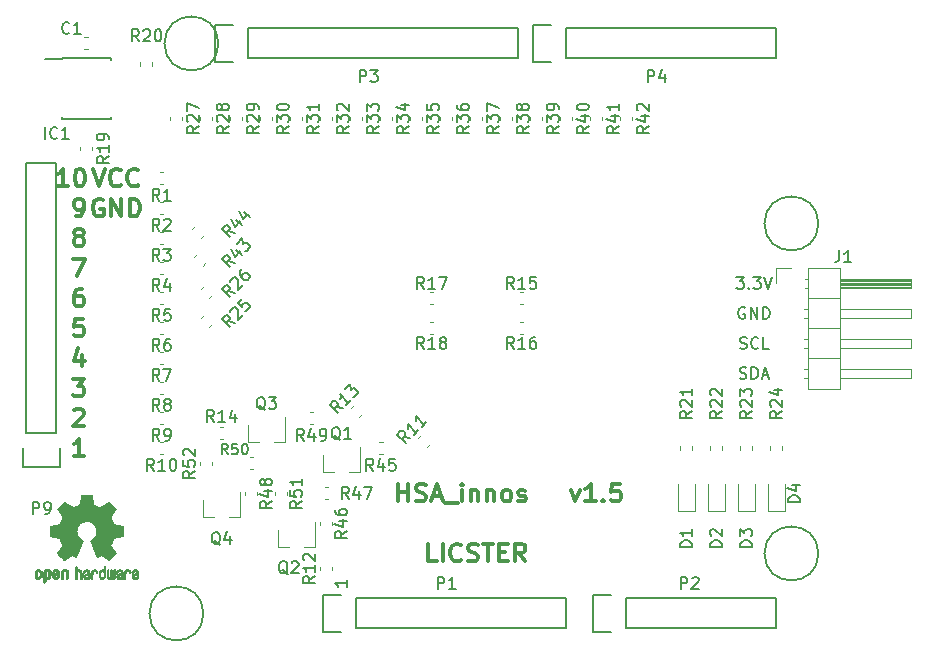
<source format=gbr>
G04 #@! TF.GenerationSoftware,KiCad,Pcbnew,5.1.5*
G04 #@! TF.CreationDate,2020-01-02T17:54:48+01:00*
G04 #@! TF.ProjectId,KiCad_Shield,4b694361-645f-4536-9869-656c642e6b69,rev?*
G04 #@! TF.SameCoordinates,Original*
G04 #@! TF.FileFunction,Legend,Top*
G04 #@! TF.FilePolarity,Positive*
%FSLAX46Y46*%
G04 Gerber Fmt 4.6, Leading zero omitted, Abs format (unit mm)*
G04 Created by KiCad (PCBNEW 5.1.5) date 2020-01-02 17:54:48*
%MOMM*%
%LPD*%
G04 APERTURE LIST*
%ADD10C,0.300000*%
%ADD11C,0.150000*%
%ADD12C,0.120000*%
%ADD13C,0.010000*%
G04 APERTURE END LIST*
D10*
X118745142Y-88785000D02*
X118602285Y-88713571D01*
X118388000Y-88713571D01*
X118173714Y-88785000D01*
X118030857Y-88927857D01*
X117959428Y-89070714D01*
X117888000Y-89356428D01*
X117888000Y-89570714D01*
X117959428Y-89856428D01*
X118030857Y-89999285D01*
X118173714Y-90142142D01*
X118388000Y-90213571D01*
X118530857Y-90213571D01*
X118745142Y-90142142D01*
X118816571Y-90070714D01*
X118816571Y-89570714D01*
X118530857Y-89570714D01*
X119459428Y-90213571D02*
X119459428Y-88713571D01*
X120316571Y-90213571D01*
X120316571Y-88713571D01*
X121030857Y-90213571D02*
X121030857Y-88713571D01*
X121388000Y-88713571D01*
X121602285Y-88785000D01*
X121745142Y-88927857D01*
X121816571Y-89070714D01*
X121888000Y-89356428D01*
X121888000Y-89570714D01*
X121816571Y-89856428D01*
X121745142Y-89999285D01*
X121602285Y-90142142D01*
X121388000Y-90213571D01*
X121030857Y-90213571D01*
X117888000Y-86173571D02*
X118388000Y-87673571D01*
X118888000Y-86173571D01*
X120245142Y-87530714D02*
X120173714Y-87602142D01*
X119959428Y-87673571D01*
X119816571Y-87673571D01*
X119602285Y-87602142D01*
X119459428Y-87459285D01*
X119388000Y-87316428D01*
X119316571Y-87030714D01*
X119316571Y-86816428D01*
X119388000Y-86530714D01*
X119459428Y-86387857D01*
X119602285Y-86245000D01*
X119816571Y-86173571D01*
X119959428Y-86173571D01*
X120173714Y-86245000D01*
X120245142Y-86316428D01*
X121745142Y-87530714D02*
X121673714Y-87602142D01*
X121459428Y-87673571D01*
X121316571Y-87673571D01*
X121102285Y-87602142D01*
X120959428Y-87459285D01*
X120888000Y-87316428D01*
X120816571Y-87030714D01*
X120816571Y-86816428D01*
X120888000Y-86530714D01*
X120959428Y-86387857D01*
X121102285Y-86245000D01*
X121316571Y-86173571D01*
X121459428Y-86173571D01*
X121673714Y-86245000D01*
X121745142Y-86316428D01*
X115792285Y-87673571D02*
X114935142Y-87673571D01*
X115363714Y-87673571D02*
X115363714Y-86173571D01*
X115220857Y-86387857D01*
X115078000Y-86530714D01*
X114935142Y-86602142D01*
X116720857Y-86173571D02*
X116863714Y-86173571D01*
X117006571Y-86245000D01*
X117078000Y-86316428D01*
X117149428Y-86459285D01*
X117220857Y-86745000D01*
X117220857Y-87102142D01*
X117149428Y-87387857D01*
X117078000Y-87530714D01*
X117006571Y-87602142D01*
X116863714Y-87673571D01*
X116720857Y-87673571D01*
X116578000Y-87602142D01*
X116506571Y-87530714D01*
X116435142Y-87387857D01*
X116363714Y-87102142D01*
X116363714Y-86745000D01*
X116435142Y-86459285D01*
X116506571Y-86316428D01*
X116578000Y-86245000D01*
X116720857Y-86173571D01*
D11*
X172386809Y-95337380D02*
X173005857Y-95337380D01*
X172672523Y-95718333D01*
X172815380Y-95718333D01*
X172910619Y-95765952D01*
X172958238Y-95813571D01*
X173005857Y-95908809D01*
X173005857Y-96146904D01*
X172958238Y-96242142D01*
X172910619Y-96289761D01*
X172815380Y-96337380D01*
X172529666Y-96337380D01*
X172434428Y-96289761D01*
X172386809Y-96242142D01*
X173434428Y-96242142D02*
X173482047Y-96289761D01*
X173434428Y-96337380D01*
X173386809Y-96289761D01*
X173434428Y-96242142D01*
X173434428Y-96337380D01*
X173815380Y-95337380D02*
X174434428Y-95337380D01*
X174101095Y-95718333D01*
X174243952Y-95718333D01*
X174339190Y-95765952D01*
X174386809Y-95813571D01*
X174434428Y-95908809D01*
X174434428Y-96146904D01*
X174386809Y-96242142D01*
X174339190Y-96289761D01*
X174243952Y-96337380D01*
X173958238Y-96337380D01*
X173863000Y-96289761D01*
X173815380Y-96242142D01*
X174720142Y-95337380D02*
X175053476Y-96337380D01*
X175386809Y-95337380D01*
X173101095Y-97925000D02*
X173005857Y-97877380D01*
X172863000Y-97877380D01*
X172720142Y-97925000D01*
X172624904Y-98020238D01*
X172577285Y-98115476D01*
X172529666Y-98305952D01*
X172529666Y-98448809D01*
X172577285Y-98639285D01*
X172624904Y-98734523D01*
X172720142Y-98829761D01*
X172863000Y-98877380D01*
X172958238Y-98877380D01*
X173101095Y-98829761D01*
X173148714Y-98782142D01*
X173148714Y-98448809D01*
X172958238Y-98448809D01*
X173577285Y-98877380D02*
X173577285Y-97877380D01*
X174148714Y-98877380D01*
X174148714Y-97877380D01*
X174624904Y-98877380D02*
X174624904Y-97877380D01*
X174863000Y-97877380D01*
X175005857Y-97925000D01*
X175101095Y-98020238D01*
X175148714Y-98115476D01*
X175196333Y-98305952D01*
X175196333Y-98448809D01*
X175148714Y-98639285D01*
X175101095Y-98734523D01*
X175005857Y-98829761D01*
X174863000Y-98877380D01*
X174624904Y-98877380D01*
X172672523Y-101369761D02*
X172815380Y-101417380D01*
X173053476Y-101417380D01*
X173148714Y-101369761D01*
X173196333Y-101322142D01*
X173243952Y-101226904D01*
X173243952Y-101131666D01*
X173196333Y-101036428D01*
X173148714Y-100988809D01*
X173053476Y-100941190D01*
X172863000Y-100893571D01*
X172767761Y-100845952D01*
X172720142Y-100798333D01*
X172672523Y-100703095D01*
X172672523Y-100607857D01*
X172720142Y-100512619D01*
X172767761Y-100465000D01*
X172863000Y-100417380D01*
X173101095Y-100417380D01*
X173243952Y-100465000D01*
X174243952Y-101322142D02*
X174196333Y-101369761D01*
X174053476Y-101417380D01*
X173958238Y-101417380D01*
X173815380Y-101369761D01*
X173720142Y-101274523D01*
X173672523Y-101179285D01*
X173624904Y-100988809D01*
X173624904Y-100845952D01*
X173672523Y-100655476D01*
X173720142Y-100560238D01*
X173815380Y-100465000D01*
X173958238Y-100417380D01*
X174053476Y-100417380D01*
X174196333Y-100465000D01*
X174243952Y-100512619D01*
X175148714Y-101417380D02*
X174672523Y-101417380D01*
X174672523Y-100417380D01*
X172648714Y-103909761D02*
X172791571Y-103957380D01*
X173029666Y-103957380D01*
X173124904Y-103909761D01*
X173172523Y-103862142D01*
X173220142Y-103766904D01*
X173220142Y-103671666D01*
X173172523Y-103576428D01*
X173124904Y-103528809D01*
X173029666Y-103481190D01*
X172839190Y-103433571D01*
X172743952Y-103385952D01*
X172696333Y-103338333D01*
X172648714Y-103243095D01*
X172648714Y-103147857D01*
X172696333Y-103052619D01*
X172743952Y-103005000D01*
X172839190Y-102957380D01*
X173077285Y-102957380D01*
X173220142Y-103005000D01*
X173648714Y-103957380D02*
X173648714Y-102957380D01*
X173886809Y-102957380D01*
X174029666Y-103005000D01*
X174124904Y-103100238D01*
X174172523Y-103195476D01*
X174220142Y-103385952D01*
X174220142Y-103528809D01*
X174172523Y-103719285D01*
X174124904Y-103814523D01*
X174029666Y-103909761D01*
X173886809Y-103957380D01*
X173648714Y-103957380D01*
X174601095Y-103671666D02*
X175077285Y-103671666D01*
X174505857Y-103957380D02*
X174839190Y-102957380D01*
X175172523Y-103957380D01*
D10*
X147010857Y-119423571D02*
X146296571Y-119423571D01*
X146296571Y-117923571D01*
X147510857Y-119423571D02*
X147510857Y-117923571D01*
X149082285Y-119280714D02*
X149010857Y-119352142D01*
X148796571Y-119423571D01*
X148653714Y-119423571D01*
X148439428Y-119352142D01*
X148296571Y-119209285D01*
X148225142Y-119066428D01*
X148153714Y-118780714D01*
X148153714Y-118566428D01*
X148225142Y-118280714D01*
X148296571Y-118137857D01*
X148439428Y-117995000D01*
X148653714Y-117923571D01*
X148796571Y-117923571D01*
X149010857Y-117995000D01*
X149082285Y-118066428D01*
X149653714Y-119352142D02*
X149868000Y-119423571D01*
X150225142Y-119423571D01*
X150368000Y-119352142D01*
X150439428Y-119280714D01*
X150510857Y-119137857D01*
X150510857Y-118995000D01*
X150439428Y-118852142D01*
X150368000Y-118780714D01*
X150225142Y-118709285D01*
X149939428Y-118637857D01*
X149796571Y-118566428D01*
X149725142Y-118495000D01*
X149653714Y-118352142D01*
X149653714Y-118209285D01*
X149725142Y-118066428D01*
X149796571Y-117995000D01*
X149939428Y-117923571D01*
X150296571Y-117923571D01*
X150510857Y-117995000D01*
X150939428Y-117923571D02*
X151796571Y-117923571D01*
X151368000Y-119423571D02*
X151368000Y-117923571D01*
X152296571Y-118637857D02*
X152796571Y-118637857D01*
X153010857Y-119423571D02*
X152296571Y-119423571D01*
X152296571Y-117923571D01*
X153010857Y-117923571D01*
X154510857Y-119423571D02*
X154010857Y-118709285D01*
X153653714Y-119423571D02*
X153653714Y-117923571D01*
X154225142Y-117923571D01*
X154368000Y-117995000D01*
X154439428Y-118066428D01*
X154510857Y-118209285D01*
X154510857Y-118423571D01*
X154439428Y-118566428D01*
X154368000Y-118637857D01*
X154225142Y-118709285D01*
X153653714Y-118709285D01*
X158385142Y-113343571D02*
X158742285Y-114343571D01*
X159099428Y-113343571D01*
X160456571Y-114343571D02*
X159599428Y-114343571D01*
X160028000Y-114343571D02*
X160028000Y-112843571D01*
X159885142Y-113057857D01*
X159742285Y-113200714D01*
X159599428Y-113272142D01*
X161099428Y-114200714D02*
X161170857Y-114272142D01*
X161099428Y-114343571D01*
X161028000Y-114272142D01*
X161099428Y-114200714D01*
X161099428Y-114343571D01*
X162528000Y-112843571D02*
X161813714Y-112843571D01*
X161742285Y-113557857D01*
X161813714Y-113486428D01*
X161956571Y-113415000D01*
X162313714Y-113415000D01*
X162456571Y-113486428D01*
X162528000Y-113557857D01*
X162599428Y-113700714D01*
X162599428Y-114057857D01*
X162528000Y-114200714D01*
X162456571Y-114272142D01*
X162313714Y-114343571D01*
X161956571Y-114343571D01*
X161813714Y-114272142D01*
X161742285Y-114200714D01*
X143740857Y-114343571D02*
X143740857Y-112843571D01*
X143740857Y-113557857D02*
X144598000Y-113557857D01*
X144598000Y-114343571D02*
X144598000Y-112843571D01*
X145240857Y-114272142D02*
X145455142Y-114343571D01*
X145812285Y-114343571D01*
X145955142Y-114272142D01*
X146026571Y-114200714D01*
X146098000Y-114057857D01*
X146098000Y-113915000D01*
X146026571Y-113772142D01*
X145955142Y-113700714D01*
X145812285Y-113629285D01*
X145526571Y-113557857D01*
X145383714Y-113486428D01*
X145312285Y-113415000D01*
X145240857Y-113272142D01*
X145240857Y-113129285D01*
X145312285Y-112986428D01*
X145383714Y-112915000D01*
X145526571Y-112843571D01*
X145883714Y-112843571D01*
X146098000Y-112915000D01*
X146669428Y-113915000D02*
X147383714Y-113915000D01*
X146526571Y-114343571D02*
X147026571Y-112843571D01*
X147526571Y-114343571D01*
X147669428Y-114486428D02*
X148812285Y-114486428D01*
X149169428Y-114343571D02*
X149169428Y-113343571D01*
X149169428Y-112843571D02*
X149098000Y-112915000D01*
X149169428Y-112986428D01*
X149240857Y-112915000D01*
X149169428Y-112843571D01*
X149169428Y-112986428D01*
X149883714Y-113343571D02*
X149883714Y-114343571D01*
X149883714Y-113486428D02*
X149955142Y-113415000D01*
X150098000Y-113343571D01*
X150312285Y-113343571D01*
X150455142Y-113415000D01*
X150526571Y-113557857D01*
X150526571Y-114343571D01*
X151240857Y-113343571D02*
X151240857Y-114343571D01*
X151240857Y-113486428D02*
X151312285Y-113415000D01*
X151455142Y-113343571D01*
X151669428Y-113343571D01*
X151812285Y-113415000D01*
X151883714Y-113557857D01*
X151883714Y-114343571D01*
X152812285Y-114343571D02*
X152669428Y-114272142D01*
X152598000Y-114200714D01*
X152526571Y-114057857D01*
X152526571Y-113629285D01*
X152598000Y-113486428D01*
X152669428Y-113415000D01*
X152812285Y-113343571D01*
X153026571Y-113343571D01*
X153169428Y-113415000D01*
X153240857Y-113486428D01*
X153312285Y-113629285D01*
X153312285Y-114057857D01*
X153240857Y-114200714D01*
X153169428Y-114272142D01*
X153026571Y-114343571D01*
X152812285Y-114343571D01*
X153883714Y-114272142D02*
X154026571Y-114343571D01*
X154312285Y-114343571D01*
X154455142Y-114272142D01*
X154526571Y-114129285D01*
X154526571Y-114057857D01*
X154455142Y-113915000D01*
X154312285Y-113843571D01*
X154098000Y-113843571D01*
X153955142Y-113772142D01*
X153883714Y-113629285D01*
X153883714Y-113557857D01*
X153955142Y-113415000D01*
X154098000Y-113343571D01*
X154312285Y-113343571D01*
X154455142Y-113415000D01*
X116427285Y-90213571D02*
X116713000Y-90213571D01*
X116855857Y-90142142D01*
X116927285Y-90070714D01*
X117070142Y-89856428D01*
X117141571Y-89570714D01*
X117141571Y-88999285D01*
X117070142Y-88856428D01*
X116998714Y-88785000D01*
X116855857Y-88713571D01*
X116570142Y-88713571D01*
X116427285Y-88785000D01*
X116355857Y-88856428D01*
X116284428Y-88999285D01*
X116284428Y-89356428D01*
X116355857Y-89499285D01*
X116427285Y-89570714D01*
X116570142Y-89642142D01*
X116855857Y-89642142D01*
X116998714Y-89570714D01*
X117070142Y-89499285D01*
X117141571Y-89356428D01*
X116570142Y-91896428D02*
X116427285Y-91825000D01*
X116355857Y-91753571D01*
X116284428Y-91610714D01*
X116284428Y-91539285D01*
X116355857Y-91396428D01*
X116427285Y-91325000D01*
X116570142Y-91253571D01*
X116855857Y-91253571D01*
X116998714Y-91325000D01*
X117070142Y-91396428D01*
X117141571Y-91539285D01*
X117141571Y-91610714D01*
X117070142Y-91753571D01*
X116998714Y-91825000D01*
X116855857Y-91896428D01*
X116570142Y-91896428D01*
X116427285Y-91967857D01*
X116355857Y-92039285D01*
X116284428Y-92182142D01*
X116284428Y-92467857D01*
X116355857Y-92610714D01*
X116427285Y-92682142D01*
X116570142Y-92753571D01*
X116855857Y-92753571D01*
X116998714Y-92682142D01*
X117070142Y-92610714D01*
X117141571Y-92467857D01*
X117141571Y-92182142D01*
X117070142Y-92039285D01*
X116998714Y-91967857D01*
X116855857Y-91896428D01*
X116213000Y-93793571D02*
X117213000Y-93793571D01*
X116570142Y-95293571D01*
X116998714Y-96333571D02*
X116713000Y-96333571D01*
X116570142Y-96405000D01*
X116498714Y-96476428D01*
X116355857Y-96690714D01*
X116284428Y-96976428D01*
X116284428Y-97547857D01*
X116355857Y-97690714D01*
X116427285Y-97762142D01*
X116570142Y-97833571D01*
X116855857Y-97833571D01*
X116998714Y-97762142D01*
X117070142Y-97690714D01*
X117141571Y-97547857D01*
X117141571Y-97190714D01*
X117070142Y-97047857D01*
X116998714Y-96976428D01*
X116855857Y-96905000D01*
X116570142Y-96905000D01*
X116427285Y-96976428D01*
X116355857Y-97047857D01*
X116284428Y-97190714D01*
X117070142Y-98873571D02*
X116355857Y-98873571D01*
X116284428Y-99587857D01*
X116355857Y-99516428D01*
X116498714Y-99445000D01*
X116855857Y-99445000D01*
X116998714Y-99516428D01*
X117070142Y-99587857D01*
X117141571Y-99730714D01*
X117141571Y-100087857D01*
X117070142Y-100230714D01*
X116998714Y-100302142D01*
X116855857Y-100373571D01*
X116498714Y-100373571D01*
X116355857Y-100302142D01*
X116284428Y-100230714D01*
X116998714Y-101913571D02*
X116998714Y-102913571D01*
X116641571Y-101342142D02*
X116284428Y-102413571D01*
X117213000Y-102413571D01*
X116213000Y-103953571D02*
X117141571Y-103953571D01*
X116641571Y-104525000D01*
X116855857Y-104525000D01*
X116998714Y-104596428D01*
X117070142Y-104667857D01*
X117141571Y-104810714D01*
X117141571Y-105167857D01*
X117070142Y-105310714D01*
X116998714Y-105382142D01*
X116855857Y-105453571D01*
X116427285Y-105453571D01*
X116284428Y-105382142D01*
X116213000Y-105310714D01*
X116284428Y-106636428D02*
X116355857Y-106565000D01*
X116498714Y-106493571D01*
X116855857Y-106493571D01*
X116998714Y-106565000D01*
X117070142Y-106636428D01*
X117141571Y-106779285D01*
X117141571Y-106922142D01*
X117070142Y-107136428D01*
X116213000Y-107993571D01*
X117141571Y-107993571D01*
X117141571Y-110533571D02*
X116284428Y-110533571D01*
X116713000Y-110533571D02*
X116713000Y-109033571D01*
X116570142Y-109247857D01*
X116427285Y-109390714D01*
X116284428Y-109462142D01*
D11*
X139390380Y-120999285D02*
X139390380Y-121570714D01*
X139390380Y-121285000D02*
X138390380Y-121285000D01*
X138533238Y-121380238D01*
X138628476Y-121475476D01*
X138676095Y-121570714D01*
D12*
X127198000Y-115695000D02*
X127198000Y-114235000D01*
X130358000Y-115695000D02*
X130358000Y-113535000D01*
X130358000Y-115695000D02*
X129428000Y-115695000D01*
X127198000Y-115695000D02*
X128128000Y-115695000D01*
D11*
X140208000Y-125095000D02*
X157988000Y-125095000D01*
X157988000Y-125095000D02*
X157988000Y-122555000D01*
X157988000Y-122555000D02*
X140208000Y-122555000D01*
X137388000Y-125375000D02*
X138938000Y-125375000D01*
X140208000Y-125095000D02*
X140208000Y-122555000D01*
X138938000Y-122275000D02*
X137388000Y-122275000D01*
X137388000Y-122275000D02*
X137388000Y-125375000D01*
X163068000Y-125095000D02*
X175768000Y-125095000D01*
X175768000Y-125095000D02*
X175768000Y-122555000D01*
X175768000Y-122555000D02*
X163068000Y-122555000D01*
X160248000Y-125375000D02*
X161798000Y-125375000D01*
X163068000Y-125095000D02*
X163068000Y-122555000D01*
X161798000Y-122275000D02*
X160248000Y-122275000D01*
X160248000Y-122275000D02*
X160248000Y-125375000D01*
X131064000Y-76835000D02*
X153924000Y-76835000D01*
X153924000Y-76835000D02*
X153924000Y-74295000D01*
X153924000Y-74295000D02*
X131064000Y-74295000D01*
X128244000Y-77115000D02*
X129794000Y-77115000D01*
X131064000Y-76835000D02*
X131064000Y-74295000D01*
X129794000Y-74015000D02*
X128244000Y-74015000D01*
X128244000Y-74015000D02*
X128244000Y-77115000D01*
X157988000Y-76835000D02*
X175768000Y-76835000D01*
X175768000Y-76835000D02*
X175768000Y-74295000D01*
X175768000Y-74295000D02*
X157988000Y-74295000D01*
X155168000Y-77115000D02*
X156718000Y-77115000D01*
X157988000Y-76835000D02*
X157988000Y-74295000D01*
X156718000Y-74015000D02*
X155168000Y-74015000D01*
X155168000Y-74015000D02*
X155168000Y-77115000D01*
X127254000Y-123825000D02*
G75*
G03X127254000Y-123825000I-2286000J0D01*
G01*
X179324000Y-118745000D02*
G75*
G03X179324000Y-118745000I-2286000J0D01*
G01*
X128524000Y-75565000D02*
G75*
G03X128524000Y-75565000I-2286000J0D01*
G01*
X179324000Y-90805000D02*
G75*
G03X179324000Y-90805000I-2286000J0D01*
G01*
X112268000Y-108585000D02*
X112268000Y-85725000D01*
X112268000Y-85725000D02*
X114808000Y-85725000D01*
X114808000Y-85725000D02*
X114808000Y-108585000D01*
X111988000Y-111405000D02*
X111988000Y-109855000D01*
X112268000Y-108585000D02*
X114808000Y-108585000D01*
X115088000Y-109855000D02*
X115088000Y-111405000D01*
X115088000Y-111405000D02*
X111988000Y-111405000D01*
D12*
X117519267Y-76075000D02*
X117176733Y-76075000D01*
X117519267Y-75055000D02*
X117176733Y-75055000D01*
D11*
X115273000Y-76800000D02*
X115273000Y-76850000D01*
X119423000Y-76800000D02*
X119423000Y-76945000D01*
X119423000Y-81950000D02*
X119423000Y-81805000D01*
X115273000Y-81950000D02*
X115273000Y-81805000D01*
X115273000Y-76800000D02*
X119423000Y-76800000D01*
X115273000Y-81950000D02*
X119423000Y-81950000D01*
X115273000Y-76850000D02*
X113873000Y-76850000D01*
D12*
X116838000Y-84292221D02*
X116838000Y-84617779D01*
X117858000Y-84292221D02*
X117858000Y-84617779D01*
X121918000Y-77480279D02*
X121918000Y-77154721D01*
X122938000Y-77480279D02*
X122938000Y-77154721D01*
X178478000Y-94555000D02*
X178478000Y-104835000D01*
X178478000Y-104835000D02*
X181138000Y-104835000D01*
X181138000Y-104835000D02*
X181138000Y-94555000D01*
X181138000Y-94555000D02*
X178478000Y-94555000D01*
X181138000Y-95505000D02*
X187138000Y-95505000D01*
X187138000Y-95505000D02*
X187138000Y-96265000D01*
X187138000Y-96265000D02*
X181138000Y-96265000D01*
X181138000Y-95565000D02*
X187138000Y-95565000D01*
X181138000Y-95685000D02*
X187138000Y-95685000D01*
X181138000Y-95805000D02*
X187138000Y-95805000D01*
X181138000Y-95925000D02*
X187138000Y-95925000D01*
X181138000Y-96045000D02*
X187138000Y-96045000D01*
X181138000Y-96165000D02*
X187138000Y-96165000D01*
X178148000Y-95505000D02*
X178478000Y-95505000D01*
X178148000Y-96265000D02*
X178478000Y-96265000D01*
X178478000Y-97155000D02*
X181138000Y-97155000D01*
X181138000Y-98045000D02*
X187138000Y-98045000D01*
X187138000Y-98045000D02*
X187138000Y-98805000D01*
X187138000Y-98805000D02*
X181138000Y-98805000D01*
X178080929Y-98045000D02*
X178478000Y-98045000D01*
X178080929Y-98805000D02*
X178478000Y-98805000D01*
X178478000Y-99695000D02*
X181138000Y-99695000D01*
X181138000Y-100585000D02*
X187138000Y-100585000D01*
X187138000Y-100585000D02*
X187138000Y-101345000D01*
X187138000Y-101345000D02*
X181138000Y-101345000D01*
X178080929Y-100585000D02*
X178478000Y-100585000D01*
X178080929Y-101345000D02*
X178478000Y-101345000D01*
X178478000Y-102235000D02*
X181138000Y-102235000D01*
X181138000Y-103125000D02*
X187138000Y-103125000D01*
X187138000Y-103125000D02*
X187138000Y-103885000D01*
X187138000Y-103885000D02*
X181138000Y-103885000D01*
X178080929Y-103125000D02*
X178478000Y-103125000D01*
X178080929Y-103885000D02*
X178478000Y-103885000D01*
X175768000Y-95885000D02*
X175768000Y-94615000D01*
X175768000Y-94615000D02*
X177038000Y-94615000D01*
X167413000Y-112865000D02*
X167413000Y-115150000D01*
X167413000Y-115150000D02*
X168883000Y-115150000D01*
X168883000Y-115150000D02*
X168883000Y-112865000D01*
X171423000Y-115150000D02*
X171423000Y-112865000D01*
X169953000Y-115150000D02*
X171423000Y-115150000D01*
X169953000Y-112865000D02*
X169953000Y-115150000D01*
X172493000Y-112865000D02*
X172493000Y-115150000D01*
X172493000Y-115150000D02*
X173963000Y-115150000D01*
X173963000Y-115150000D02*
X173963000Y-112865000D01*
X176503000Y-115150000D02*
X176503000Y-112865000D01*
X175033000Y-115150000D02*
X176503000Y-115150000D01*
X175033000Y-112865000D02*
X175033000Y-115150000D01*
X168658000Y-110026267D02*
X168658000Y-109683733D01*
X167638000Y-110026267D02*
X167638000Y-109683733D01*
X170178000Y-110026267D02*
X170178000Y-109683733D01*
X171198000Y-110026267D02*
X171198000Y-109683733D01*
X173738000Y-110026267D02*
X173738000Y-109683733D01*
X172718000Y-110026267D02*
X172718000Y-109683733D01*
X175258000Y-110026267D02*
X175258000Y-109683733D01*
X176278000Y-110026267D02*
X176278000Y-109683733D01*
X123860779Y-87505000D02*
X123535221Y-87505000D01*
X123860779Y-86485000D02*
X123535221Y-86485000D01*
X123860779Y-89025000D02*
X123535221Y-89025000D01*
X123860779Y-90045000D02*
X123535221Y-90045000D01*
X123860779Y-92585000D02*
X123535221Y-92585000D01*
X123860779Y-91565000D02*
X123535221Y-91565000D01*
X123860779Y-94105000D02*
X123535221Y-94105000D01*
X123860779Y-95125000D02*
X123535221Y-95125000D01*
X123860779Y-96645000D02*
X123535221Y-96645000D01*
X123860779Y-97665000D02*
X123535221Y-97665000D01*
X123860779Y-99185000D02*
X123535221Y-99185000D01*
X123860779Y-100205000D02*
X123535221Y-100205000D01*
X123860779Y-102745000D02*
X123535221Y-102745000D01*
X123860779Y-101725000D02*
X123535221Y-101725000D01*
X123860779Y-104265000D02*
X123535221Y-104265000D01*
X123860779Y-105285000D02*
X123535221Y-105285000D01*
X123860779Y-107825000D02*
X123535221Y-107825000D01*
X123860779Y-106805000D02*
X123535221Y-106805000D01*
X123860779Y-109345000D02*
X123535221Y-109345000D01*
X123860779Y-110365000D02*
X123535221Y-110365000D01*
X154340779Y-96645000D02*
X154015221Y-96645000D01*
X154340779Y-97665000D02*
X154015221Y-97665000D01*
X154015221Y-100205000D02*
X154340779Y-100205000D01*
X154015221Y-99185000D02*
X154340779Y-99185000D01*
X146720779Y-97665000D02*
X146395221Y-97665000D01*
X146720779Y-96645000D02*
X146395221Y-96645000D01*
X146395221Y-99185000D02*
X146720779Y-99185000D01*
X146395221Y-100205000D02*
X146720779Y-100205000D01*
X125478000Y-81752221D02*
X125478000Y-82077779D01*
X124458000Y-81752221D02*
X124458000Y-82077779D01*
X126998000Y-81752221D02*
X126998000Y-82077779D01*
X128018000Y-81752221D02*
X128018000Y-82077779D01*
X130558000Y-81752221D02*
X130558000Y-82077779D01*
X129538000Y-81752221D02*
X129538000Y-82077779D01*
X132078000Y-81752221D02*
X132078000Y-82077779D01*
X133098000Y-81752221D02*
X133098000Y-82077779D01*
X135638000Y-81752221D02*
X135638000Y-82077779D01*
X134618000Y-81752221D02*
X134618000Y-82077779D01*
X138178000Y-81752221D02*
X138178000Y-82077779D01*
X137158000Y-81752221D02*
X137158000Y-82077779D01*
X139698000Y-81752221D02*
X139698000Y-82077779D01*
X140718000Y-81752221D02*
X140718000Y-82077779D01*
X143258000Y-81752221D02*
X143258000Y-82077779D01*
X142238000Y-81752221D02*
X142238000Y-82077779D01*
X144778000Y-81752221D02*
X144778000Y-82077779D01*
X145798000Y-81752221D02*
X145798000Y-82077779D01*
X148338000Y-81752221D02*
X148338000Y-82077779D01*
X147318000Y-81752221D02*
X147318000Y-82077779D01*
X149858000Y-81752221D02*
X149858000Y-82077779D01*
X150878000Y-81752221D02*
X150878000Y-82077779D01*
X153418000Y-81752221D02*
X153418000Y-82077779D01*
X152398000Y-81752221D02*
X152398000Y-82077779D01*
X154938000Y-81752221D02*
X154938000Y-82077779D01*
X155958000Y-81752221D02*
X155958000Y-82077779D01*
X158498000Y-81752221D02*
X158498000Y-82077779D01*
X157478000Y-81752221D02*
X157478000Y-82077779D01*
X160018000Y-81752221D02*
X160018000Y-82077779D01*
X161038000Y-81752221D02*
X161038000Y-82077779D01*
X163578000Y-81752221D02*
X163578000Y-82077779D01*
X162558000Y-81752221D02*
X162558000Y-82077779D01*
X137358000Y-111885000D02*
X138288000Y-111885000D01*
X140518000Y-111885000D02*
X139588000Y-111885000D01*
X140518000Y-111885000D02*
X140518000Y-109725000D01*
X137358000Y-111885000D02*
X137358000Y-110425000D01*
X133548000Y-118235000D02*
X133548000Y-116775000D01*
X136708000Y-118235000D02*
X136708000Y-116075000D01*
X136708000Y-118235000D02*
X135778000Y-118235000D01*
X133548000Y-118235000D02*
X134478000Y-118235000D01*
X131008000Y-109345000D02*
X131938000Y-109345000D01*
X134168000Y-109345000D02*
X133238000Y-109345000D01*
X134168000Y-109345000D02*
X134168000Y-107185000D01*
X131008000Y-109345000D02*
X131008000Y-107885000D01*
X127262478Y-98584273D02*
X127032273Y-98814478D01*
X127983727Y-99305522D02*
X127753522Y-99535727D01*
X127983727Y-96843675D02*
X127753522Y-97073880D01*
X127262478Y-96122426D02*
X127032273Y-96352631D01*
X126705631Y-93426120D02*
X126475426Y-93656325D01*
X127426880Y-94147369D02*
X127196675Y-94377574D01*
X127270574Y-91763675D02*
X127040369Y-91993880D01*
X126549325Y-91042426D02*
X126319120Y-91272631D01*
X142428279Y-109345000D02*
X142102721Y-109345000D01*
X142428279Y-110365000D02*
X142102721Y-110365000D01*
X138178000Y-116367779D02*
X138178000Y-116042221D01*
X137158000Y-116367779D02*
X137158000Y-116042221D01*
X137830779Y-114175000D02*
X137505221Y-114175000D01*
X137830779Y-113155000D02*
X137505221Y-113155000D01*
X133348000Y-113827779D02*
X133348000Y-113502221D01*
X134368000Y-113827779D02*
X134368000Y-113502221D01*
X136560779Y-106805000D02*
X136235221Y-106805000D01*
X136560779Y-107825000D02*
X136235221Y-107825000D01*
X131155221Y-111635000D02*
X131480779Y-111635000D01*
X131155221Y-110615000D02*
X131480779Y-110615000D01*
X131828000Y-113502221D02*
X131828000Y-113827779D01*
X130808000Y-113502221D02*
X130808000Y-113827779D01*
X126998000Y-111287779D02*
X126998000Y-110962221D01*
X128018000Y-111287779D02*
X128018000Y-110962221D01*
X146168522Y-109695727D02*
X146398727Y-109465522D01*
X145447273Y-108974478D02*
X145677478Y-108744273D01*
X138178000Y-120177779D02*
X138178000Y-119852221D01*
X137158000Y-120177779D02*
X137158000Y-119852221D01*
X139732273Y-106434478D02*
X139962478Y-106204273D01*
X140453522Y-107155727D02*
X140683727Y-106925522D01*
X128615221Y-108075000D02*
X128940779Y-108075000D01*
X128615221Y-109095000D02*
X128940779Y-109095000D01*
D13*
G36*
X117487878Y-113762776D02*
G01*
X117593612Y-113763355D01*
X117670132Y-113764922D01*
X117722372Y-113767972D01*
X117755263Y-113772996D01*
X117773737Y-113780489D01*
X117782727Y-113790944D01*
X117787163Y-113804853D01*
X117787594Y-113806654D01*
X117794333Y-113839145D01*
X117806808Y-113903252D01*
X117823719Y-113992151D01*
X117843771Y-114099019D01*
X117865664Y-114217033D01*
X117866429Y-114221178D01*
X117888359Y-114336831D01*
X117908877Y-114439014D01*
X117926659Y-114521598D01*
X117940381Y-114578456D01*
X117948718Y-114603458D01*
X117949116Y-114603901D01*
X117973677Y-114616110D01*
X118024315Y-114636456D01*
X118090095Y-114660545D01*
X118090461Y-114660674D01*
X118173317Y-114691818D01*
X118271000Y-114731491D01*
X118363077Y-114771381D01*
X118367434Y-114773353D01*
X118517407Y-114841420D01*
X118849498Y-114614639D01*
X118951374Y-114545504D01*
X119043657Y-114483697D01*
X119121003Y-114432733D01*
X119178064Y-114396127D01*
X119209495Y-114377394D01*
X119212479Y-114376004D01*
X119235321Y-114382190D01*
X119277982Y-114412035D01*
X119342128Y-114466947D01*
X119429421Y-114548334D01*
X119518535Y-114634922D01*
X119604441Y-114720247D01*
X119681327Y-114798108D01*
X119744564Y-114863697D01*
X119789523Y-114912205D01*
X119811576Y-114938825D01*
X119812396Y-114940195D01*
X119814834Y-114958463D01*
X119805650Y-114988295D01*
X119782574Y-115033721D01*
X119743337Y-115098770D01*
X119685670Y-115187470D01*
X119608795Y-115301657D01*
X119540570Y-115402162D01*
X119479582Y-115492303D01*
X119429356Y-115566849D01*
X119393416Y-115620565D01*
X119375287Y-115648218D01*
X119374146Y-115650095D01*
X119376359Y-115676590D01*
X119393138Y-115728086D01*
X119421142Y-115794851D01*
X119431122Y-115816172D01*
X119474672Y-115911159D01*
X119521134Y-116018937D01*
X119558877Y-116112192D01*
X119586073Y-116181406D01*
X119607675Y-116234006D01*
X119620158Y-116261497D01*
X119621709Y-116263616D01*
X119644668Y-116267124D01*
X119698786Y-116276738D01*
X119776868Y-116291089D01*
X119871719Y-116308807D01*
X119976143Y-116328525D01*
X120082944Y-116348874D01*
X120184926Y-116368486D01*
X120274894Y-116385991D01*
X120345653Y-116400022D01*
X120390006Y-116409209D01*
X120400885Y-116411807D01*
X120412122Y-116418218D01*
X120420605Y-116432697D01*
X120426714Y-116460133D01*
X120430832Y-116505411D01*
X120433341Y-116573420D01*
X120434621Y-116669047D01*
X120435054Y-116797180D01*
X120435077Y-116849701D01*
X120435077Y-117276845D01*
X120332500Y-117297091D01*
X120275431Y-117308070D01*
X120190269Y-117324095D01*
X120087372Y-117343233D01*
X119977096Y-117363551D01*
X119946615Y-117369132D01*
X119844855Y-117388917D01*
X119756205Y-117408373D01*
X119688108Y-117425697D01*
X119648004Y-117439088D01*
X119641323Y-117443079D01*
X119624919Y-117471342D01*
X119601399Y-117526109D01*
X119575316Y-117596588D01*
X119570142Y-117611769D01*
X119535956Y-117705896D01*
X119493523Y-117812101D01*
X119451997Y-117907473D01*
X119451792Y-117907916D01*
X119382640Y-118057525D01*
X119837512Y-118726617D01*
X119545500Y-119019116D01*
X119457180Y-119106170D01*
X119376625Y-119182909D01*
X119308360Y-119245237D01*
X119256908Y-119289056D01*
X119226794Y-119310270D01*
X119222474Y-119311616D01*
X119197111Y-119301016D01*
X119145358Y-119271547D01*
X119072868Y-119226705D01*
X118985294Y-119169984D01*
X118890612Y-119106462D01*
X118794516Y-119041668D01*
X118708837Y-118985287D01*
X118639016Y-118940788D01*
X118590494Y-118911639D01*
X118568782Y-118901308D01*
X118542293Y-118910050D01*
X118492062Y-118933087D01*
X118428451Y-118965631D01*
X118421708Y-118969249D01*
X118336046Y-119012210D01*
X118277306Y-119033279D01*
X118240772Y-119033503D01*
X118221731Y-119013928D01*
X118221620Y-119013654D01*
X118212102Y-118990472D01*
X118189403Y-118935441D01*
X118155282Y-118852822D01*
X118111500Y-118746872D01*
X118059816Y-118621852D01*
X118001992Y-118482020D01*
X117945991Y-118346637D01*
X117884447Y-118197234D01*
X117827939Y-118058832D01*
X117778161Y-117935673D01*
X117736806Y-117832002D01*
X117705568Y-117752059D01*
X117686141Y-117700088D01*
X117680154Y-117680692D01*
X117695168Y-117658443D01*
X117734439Y-117622982D01*
X117786807Y-117583887D01*
X117935941Y-117460245D01*
X118052511Y-117318522D01*
X118135118Y-117161704D01*
X118182366Y-116992775D01*
X118192857Y-116814722D01*
X118185231Y-116732539D01*
X118143682Y-116562031D01*
X118072123Y-116411459D01*
X117974995Y-116282309D01*
X117856734Y-116176064D01*
X117721780Y-116094210D01*
X117574571Y-116038232D01*
X117419544Y-116009615D01*
X117261139Y-116009844D01*
X117103794Y-116040405D01*
X116951946Y-116102782D01*
X116810035Y-116198460D01*
X116750803Y-116252572D01*
X116637203Y-116391520D01*
X116558106Y-116543361D01*
X116512986Y-116703667D01*
X116501316Y-116868012D01*
X116522569Y-117031971D01*
X116576220Y-117191118D01*
X116661740Y-117341025D01*
X116778605Y-117477267D01*
X116909193Y-117583887D01*
X116963588Y-117624642D01*
X117002014Y-117659718D01*
X117015846Y-117680726D01*
X117008603Y-117703635D01*
X116988005Y-117758365D01*
X116955746Y-117840672D01*
X116913521Y-117946315D01*
X116863023Y-118071050D01*
X116805948Y-118210636D01*
X116749854Y-118346670D01*
X116687967Y-118496201D01*
X116630644Y-118634767D01*
X116579644Y-118758107D01*
X116536727Y-118861964D01*
X116503653Y-118942080D01*
X116482181Y-118994195D01*
X116474225Y-119013654D01*
X116455429Y-119033423D01*
X116419074Y-119033365D01*
X116360479Y-119012441D01*
X116274968Y-118969613D01*
X116274292Y-118969249D01*
X116209907Y-118936012D01*
X116157861Y-118911802D01*
X116128512Y-118901404D01*
X116127217Y-118901308D01*
X116105124Y-118911855D01*
X116056348Y-118941184D01*
X115986331Y-118985827D01*
X115900514Y-119042314D01*
X115805388Y-119106462D01*
X115708540Y-119171411D01*
X115621253Y-119227896D01*
X115549181Y-119272421D01*
X115497977Y-119301490D01*
X115473526Y-119311616D01*
X115451010Y-119298307D01*
X115405742Y-119261112D01*
X115342244Y-119204128D01*
X115265039Y-119131449D01*
X115178651Y-119047171D01*
X115150399Y-119019016D01*
X114858287Y-118726416D01*
X115080631Y-118400104D01*
X115148202Y-118299897D01*
X115207507Y-118209963D01*
X115255217Y-118135510D01*
X115288007Y-118081751D01*
X115302548Y-118053894D01*
X115302974Y-118051912D01*
X115295308Y-118025655D01*
X115274689Y-117972837D01*
X115244685Y-117902310D01*
X115223625Y-117855093D01*
X115184248Y-117764694D01*
X115147165Y-117673366D01*
X115118415Y-117596200D01*
X115110605Y-117572692D01*
X115088417Y-117509916D01*
X115066727Y-117461411D01*
X115054813Y-117443079D01*
X115028523Y-117431859D01*
X114971142Y-117415954D01*
X114890118Y-117397167D01*
X114792895Y-117377299D01*
X114749385Y-117369132D01*
X114638896Y-117348829D01*
X114532916Y-117329170D01*
X114441801Y-117312088D01*
X114375908Y-117299518D01*
X114363500Y-117297091D01*
X114260923Y-117276845D01*
X114260923Y-116849701D01*
X114261153Y-116709246D01*
X114262099Y-116602979D01*
X114264141Y-116526013D01*
X114267662Y-116473460D01*
X114273043Y-116440433D01*
X114280666Y-116422045D01*
X114290912Y-116413408D01*
X114295115Y-116411807D01*
X114320470Y-116406127D01*
X114376484Y-116394795D01*
X114455964Y-116379179D01*
X114551712Y-116360647D01*
X114656533Y-116340569D01*
X114763232Y-116320312D01*
X114864613Y-116301246D01*
X114953479Y-116284739D01*
X115022637Y-116272159D01*
X115064889Y-116264875D01*
X115074290Y-116263616D01*
X115082807Y-116246763D01*
X115101660Y-116201870D01*
X115127324Y-116137430D01*
X115137123Y-116112192D01*
X115176648Y-116014686D01*
X115223192Y-115906959D01*
X115264877Y-115816172D01*
X115295550Y-115746753D01*
X115315956Y-115689710D01*
X115322768Y-115654777D01*
X115321682Y-115650095D01*
X115307285Y-115627991D01*
X115274412Y-115578831D01*
X115226590Y-115507848D01*
X115167348Y-115420278D01*
X115100215Y-115321357D01*
X115086941Y-115301830D01*
X115009046Y-115186140D01*
X114951787Y-115098044D01*
X114912881Y-115033486D01*
X114890044Y-114988411D01*
X114880994Y-114958763D01*
X114883448Y-114940485D01*
X114883511Y-114940369D01*
X114902827Y-114916361D01*
X114945551Y-114869947D01*
X115007051Y-114805937D01*
X115082698Y-114729145D01*
X115167861Y-114644382D01*
X115177465Y-114634922D01*
X115284790Y-114530989D01*
X115367615Y-114454675D01*
X115427605Y-114404571D01*
X115466423Y-114379270D01*
X115483520Y-114376004D01*
X115508473Y-114390250D01*
X115560255Y-114423156D01*
X115633520Y-114471208D01*
X115722920Y-114530890D01*
X115823111Y-114598688D01*
X115846501Y-114614639D01*
X116178593Y-114841420D01*
X116328565Y-114773353D01*
X116419770Y-114733685D01*
X116517669Y-114693791D01*
X116601831Y-114661983D01*
X116605538Y-114660674D01*
X116671369Y-114636576D01*
X116722116Y-114616200D01*
X116746842Y-114603936D01*
X116746884Y-114603901D01*
X116754729Y-114581734D01*
X116768066Y-114527217D01*
X116785570Y-114446480D01*
X116805917Y-114345650D01*
X116827782Y-114230856D01*
X116829571Y-114221178D01*
X116851504Y-114102904D01*
X116871640Y-113995542D01*
X116888680Y-113905917D01*
X116901328Y-113840851D01*
X116908284Y-113807168D01*
X116908406Y-113806654D01*
X116912639Y-113792325D01*
X116920871Y-113781507D01*
X116938033Y-113773706D01*
X116969058Y-113768429D01*
X117018878Y-113765182D01*
X117092424Y-113763472D01*
X117194629Y-113762807D01*
X117330425Y-113762693D01*
X117348000Y-113762692D01*
X117487878Y-113762776D01*
G37*
X117487878Y-113762776D02*
X117593612Y-113763355D01*
X117670132Y-113764922D01*
X117722372Y-113767972D01*
X117755263Y-113772996D01*
X117773737Y-113780489D01*
X117782727Y-113790944D01*
X117787163Y-113804853D01*
X117787594Y-113806654D01*
X117794333Y-113839145D01*
X117806808Y-113903252D01*
X117823719Y-113992151D01*
X117843771Y-114099019D01*
X117865664Y-114217033D01*
X117866429Y-114221178D01*
X117888359Y-114336831D01*
X117908877Y-114439014D01*
X117926659Y-114521598D01*
X117940381Y-114578456D01*
X117948718Y-114603458D01*
X117949116Y-114603901D01*
X117973677Y-114616110D01*
X118024315Y-114636456D01*
X118090095Y-114660545D01*
X118090461Y-114660674D01*
X118173317Y-114691818D01*
X118271000Y-114731491D01*
X118363077Y-114771381D01*
X118367434Y-114773353D01*
X118517407Y-114841420D01*
X118849498Y-114614639D01*
X118951374Y-114545504D01*
X119043657Y-114483697D01*
X119121003Y-114432733D01*
X119178064Y-114396127D01*
X119209495Y-114377394D01*
X119212479Y-114376004D01*
X119235321Y-114382190D01*
X119277982Y-114412035D01*
X119342128Y-114466947D01*
X119429421Y-114548334D01*
X119518535Y-114634922D01*
X119604441Y-114720247D01*
X119681327Y-114798108D01*
X119744564Y-114863697D01*
X119789523Y-114912205D01*
X119811576Y-114938825D01*
X119812396Y-114940195D01*
X119814834Y-114958463D01*
X119805650Y-114988295D01*
X119782574Y-115033721D01*
X119743337Y-115098770D01*
X119685670Y-115187470D01*
X119608795Y-115301657D01*
X119540570Y-115402162D01*
X119479582Y-115492303D01*
X119429356Y-115566849D01*
X119393416Y-115620565D01*
X119375287Y-115648218D01*
X119374146Y-115650095D01*
X119376359Y-115676590D01*
X119393138Y-115728086D01*
X119421142Y-115794851D01*
X119431122Y-115816172D01*
X119474672Y-115911159D01*
X119521134Y-116018937D01*
X119558877Y-116112192D01*
X119586073Y-116181406D01*
X119607675Y-116234006D01*
X119620158Y-116261497D01*
X119621709Y-116263616D01*
X119644668Y-116267124D01*
X119698786Y-116276738D01*
X119776868Y-116291089D01*
X119871719Y-116308807D01*
X119976143Y-116328525D01*
X120082944Y-116348874D01*
X120184926Y-116368486D01*
X120274894Y-116385991D01*
X120345653Y-116400022D01*
X120390006Y-116409209D01*
X120400885Y-116411807D01*
X120412122Y-116418218D01*
X120420605Y-116432697D01*
X120426714Y-116460133D01*
X120430832Y-116505411D01*
X120433341Y-116573420D01*
X120434621Y-116669047D01*
X120435054Y-116797180D01*
X120435077Y-116849701D01*
X120435077Y-117276845D01*
X120332500Y-117297091D01*
X120275431Y-117308070D01*
X120190269Y-117324095D01*
X120087372Y-117343233D01*
X119977096Y-117363551D01*
X119946615Y-117369132D01*
X119844855Y-117388917D01*
X119756205Y-117408373D01*
X119688108Y-117425697D01*
X119648004Y-117439088D01*
X119641323Y-117443079D01*
X119624919Y-117471342D01*
X119601399Y-117526109D01*
X119575316Y-117596588D01*
X119570142Y-117611769D01*
X119535956Y-117705896D01*
X119493523Y-117812101D01*
X119451997Y-117907473D01*
X119451792Y-117907916D01*
X119382640Y-118057525D01*
X119837512Y-118726617D01*
X119545500Y-119019116D01*
X119457180Y-119106170D01*
X119376625Y-119182909D01*
X119308360Y-119245237D01*
X119256908Y-119289056D01*
X119226794Y-119310270D01*
X119222474Y-119311616D01*
X119197111Y-119301016D01*
X119145358Y-119271547D01*
X119072868Y-119226705D01*
X118985294Y-119169984D01*
X118890612Y-119106462D01*
X118794516Y-119041668D01*
X118708837Y-118985287D01*
X118639016Y-118940788D01*
X118590494Y-118911639D01*
X118568782Y-118901308D01*
X118542293Y-118910050D01*
X118492062Y-118933087D01*
X118428451Y-118965631D01*
X118421708Y-118969249D01*
X118336046Y-119012210D01*
X118277306Y-119033279D01*
X118240772Y-119033503D01*
X118221731Y-119013928D01*
X118221620Y-119013654D01*
X118212102Y-118990472D01*
X118189403Y-118935441D01*
X118155282Y-118852822D01*
X118111500Y-118746872D01*
X118059816Y-118621852D01*
X118001992Y-118482020D01*
X117945991Y-118346637D01*
X117884447Y-118197234D01*
X117827939Y-118058832D01*
X117778161Y-117935673D01*
X117736806Y-117832002D01*
X117705568Y-117752059D01*
X117686141Y-117700088D01*
X117680154Y-117680692D01*
X117695168Y-117658443D01*
X117734439Y-117622982D01*
X117786807Y-117583887D01*
X117935941Y-117460245D01*
X118052511Y-117318522D01*
X118135118Y-117161704D01*
X118182366Y-116992775D01*
X118192857Y-116814722D01*
X118185231Y-116732539D01*
X118143682Y-116562031D01*
X118072123Y-116411459D01*
X117974995Y-116282309D01*
X117856734Y-116176064D01*
X117721780Y-116094210D01*
X117574571Y-116038232D01*
X117419544Y-116009615D01*
X117261139Y-116009844D01*
X117103794Y-116040405D01*
X116951946Y-116102782D01*
X116810035Y-116198460D01*
X116750803Y-116252572D01*
X116637203Y-116391520D01*
X116558106Y-116543361D01*
X116512986Y-116703667D01*
X116501316Y-116868012D01*
X116522569Y-117031971D01*
X116576220Y-117191118D01*
X116661740Y-117341025D01*
X116778605Y-117477267D01*
X116909193Y-117583887D01*
X116963588Y-117624642D01*
X117002014Y-117659718D01*
X117015846Y-117680726D01*
X117008603Y-117703635D01*
X116988005Y-117758365D01*
X116955746Y-117840672D01*
X116913521Y-117946315D01*
X116863023Y-118071050D01*
X116805948Y-118210636D01*
X116749854Y-118346670D01*
X116687967Y-118496201D01*
X116630644Y-118634767D01*
X116579644Y-118758107D01*
X116536727Y-118861964D01*
X116503653Y-118942080D01*
X116482181Y-118994195D01*
X116474225Y-119013654D01*
X116455429Y-119033423D01*
X116419074Y-119033365D01*
X116360479Y-119012441D01*
X116274968Y-118969613D01*
X116274292Y-118969249D01*
X116209907Y-118936012D01*
X116157861Y-118911802D01*
X116128512Y-118901404D01*
X116127217Y-118901308D01*
X116105124Y-118911855D01*
X116056348Y-118941184D01*
X115986331Y-118985827D01*
X115900514Y-119042314D01*
X115805388Y-119106462D01*
X115708540Y-119171411D01*
X115621253Y-119227896D01*
X115549181Y-119272421D01*
X115497977Y-119301490D01*
X115473526Y-119311616D01*
X115451010Y-119298307D01*
X115405742Y-119261112D01*
X115342244Y-119204128D01*
X115265039Y-119131449D01*
X115178651Y-119047171D01*
X115150399Y-119019016D01*
X114858287Y-118726416D01*
X115080631Y-118400104D01*
X115148202Y-118299897D01*
X115207507Y-118209963D01*
X115255217Y-118135510D01*
X115288007Y-118081751D01*
X115302548Y-118053894D01*
X115302974Y-118051912D01*
X115295308Y-118025655D01*
X115274689Y-117972837D01*
X115244685Y-117902310D01*
X115223625Y-117855093D01*
X115184248Y-117764694D01*
X115147165Y-117673366D01*
X115118415Y-117596200D01*
X115110605Y-117572692D01*
X115088417Y-117509916D01*
X115066727Y-117461411D01*
X115054813Y-117443079D01*
X115028523Y-117431859D01*
X114971142Y-117415954D01*
X114890118Y-117397167D01*
X114792895Y-117377299D01*
X114749385Y-117369132D01*
X114638896Y-117348829D01*
X114532916Y-117329170D01*
X114441801Y-117312088D01*
X114375908Y-117299518D01*
X114363500Y-117297091D01*
X114260923Y-117276845D01*
X114260923Y-116849701D01*
X114261153Y-116709246D01*
X114262099Y-116602979D01*
X114264141Y-116526013D01*
X114267662Y-116473460D01*
X114273043Y-116440433D01*
X114280666Y-116422045D01*
X114290912Y-116413408D01*
X114295115Y-116411807D01*
X114320470Y-116406127D01*
X114376484Y-116394795D01*
X114455964Y-116379179D01*
X114551712Y-116360647D01*
X114656533Y-116340569D01*
X114763232Y-116320312D01*
X114864613Y-116301246D01*
X114953479Y-116284739D01*
X115022637Y-116272159D01*
X115064889Y-116264875D01*
X115074290Y-116263616D01*
X115082807Y-116246763D01*
X115101660Y-116201870D01*
X115127324Y-116137430D01*
X115137123Y-116112192D01*
X115176648Y-116014686D01*
X115223192Y-115906959D01*
X115264877Y-115816172D01*
X115295550Y-115746753D01*
X115315956Y-115689710D01*
X115322768Y-115654777D01*
X115321682Y-115650095D01*
X115307285Y-115627991D01*
X115274412Y-115578831D01*
X115226590Y-115507848D01*
X115167348Y-115420278D01*
X115100215Y-115321357D01*
X115086941Y-115301830D01*
X115009046Y-115186140D01*
X114951787Y-115098044D01*
X114912881Y-115033486D01*
X114890044Y-114988411D01*
X114880994Y-114958763D01*
X114883448Y-114940485D01*
X114883511Y-114940369D01*
X114902827Y-114916361D01*
X114945551Y-114869947D01*
X115007051Y-114805937D01*
X115082698Y-114729145D01*
X115167861Y-114644382D01*
X115177465Y-114634922D01*
X115284790Y-114530989D01*
X115367615Y-114454675D01*
X115427605Y-114404571D01*
X115466423Y-114379270D01*
X115483520Y-114376004D01*
X115508473Y-114390250D01*
X115560255Y-114423156D01*
X115633520Y-114471208D01*
X115722920Y-114530890D01*
X115823111Y-114598688D01*
X115846501Y-114614639D01*
X116178593Y-114841420D01*
X116328565Y-114773353D01*
X116419770Y-114733685D01*
X116517669Y-114693791D01*
X116601831Y-114661983D01*
X116605538Y-114660674D01*
X116671369Y-114636576D01*
X116722116Y-114616200D01*
X116746842Y-114603936D01*
X116746884Y-114603901D01*
X116754729Y-114581734D01*
X116768066Y-114527217D01*
X116785570Y-114446480D01*
X116805917Y-114345650D01*
X116827782Y-114230856D01*
X116829571Y-114221178D01*
X116851504Y-114102904D01*
X116871640Y-113995542D01*
X116888680Y-113905917D01*
X116901328Y-113840851D01*
X116908284Y-113807168D01*
X116908406Y-113806654D01*
X116912639Y-113792325D01*
X116920871Y-113781507D01*
X116938033Y-113773706D01*
X116969058Y-113768429D01*
X117018878Y-113765182D01*
X117092424Y-113763472D01*
X117194629Y-113762807D01*
X117330425Y-113762693D01*
X117348000Y-113762692D01*
X117487878Y-113762776D01*
G36*
X121593224Y-120122838D02*
G01*
X121670528Y-120173361D01*
X121707814Y-120218590D01*
X121737353Y-120300663D01*
X121739699Y-120365607D01*
X121734385Y-120452445D01*
X121534115Y-120540103D01*
X121436739Y-120584887D01*
X121373113Y-120620913D01*
X121340029Y-120652117D01*
X121334280Y-120682436D01*
X121352658Y-120715805D01*
X121372923Y-120737923D01*
X121431889Y-120773393D01*
X121496024Y-120775879D01*
X121554926Y-120748235D01*
X121598197Y-120693320D01*
X121605936Y-120673928D01*
X121643006Y-120613364D01*
X121685654Y-120587552D01*
X121744154Y-120565471D01*
X121744154Y-120649184D01*
X121738982Y-120706150D01*
X121718723Y-120754189D01*
X121676262Y-120809346D01*
X121669951Y-120816514D01*
X121622720Y-120865585D01*
X121582121Y-120891920D01*
X121531328Y-120904035D01*
X121489220Y-120908003D01*
X121413902Y-120908991D01*
X121360286Y-120896466D01*
X121326838Y-120877869D01*
X121274268Y-120836975D01*
X121237879Y-120792748D01*
X121214850Y-120737126D01*
X121202359Y-120662047D01*
X121197587Y-120559449D01*
X121197206Y-120507376D01*
X121198501Y-120444948D01*
X121316471Y-120444948D01*
X121317839Y-120478438D01*
X121321249Y-120483923D01*
X121343753Y-120476472D01*
X121392182Y-120456753D01*
X121456908Y-120428718D01*
X121470443Y-120422692D01*
X121552244Y-120381096D01*
X121597312Y-120344538D01*
X121607217Y-120310296D01*
X121583526Y-120275648D01*
X121563960Y-120260339D01*
X121493360Y-120229721D01*
X121427280Y-120234780D01*
X121371959Y-120272151D01*
X121333636Y-120338473D01*
X121321349Y-120391116D01*
X121316471Y-120444948D01*
X121198501Y-120444948D01*
X121199730Y-120385720D01*
X121209032Y-120295710D01*
X121227460Y-120230167D01*
X121257360Y-120181912D01*
X121301080Y-120143767D01*
X121320141Y-120131440D01*
X121406726Y-120099336D01*
X121501522Y-120097316D01*
X121593224Y-120122838D01*
G37*
X121593224Y-120122838D02*
X121670528Y-120173361D01*
X121707814Y-120218590D01*
X121737353Y-120300663D01*
X121739699Y-120365607D01*
X121734385Y-120452445D01*
X121534115Y-120540103D01*
X121436739Y-120584887D01*
X121373113Y-120620913D01*
X121340029Y-120652117D01*
X121334280Y-120682436D01*
X121352658Y-120715805D01*
X121372923Y-120737923D01*
X121431889Y-120773393D01*
X121496024Y-120775879D01*
X121554926Y-120748235D01*
X121598197Y-120693320D01*
X121605936Y-120673928D01*
X121643006Y-120613364D01*
X121685654Y-120587552D01*
X121744154Y-120565471D01*
X121744154Y-120649184D01*
X121738982Y-120706150D01*
X121718723Y-120754189D01*
X121676262Y-120809346D01*
X121669951Y-120816514D01*
X121622720Y-120865585D01*
X121582121Y-120891920D01*
X121531328Y-120904035D01*
X121489220Y-120908003D01*
X121413902Y-120908991D01*
X121360286Y-120896466D01*
X121326838Y-120877869D01*
X121274268Y-120836975D01*
X121237879Y-120792748D01*
X121214850Y-120737126D01*
X121202359Y-120662047D01*
X121197587Y-120559449D01*
X121197206Y-120507376D01*
X121198501Y-120444948D01*
X121316471Y-120444948D01*
X121317839Y-120478438D01*
X121321249Y-120483923D01*
X121343753Y-120476472D01*
X121392182Y-120456753D01*
X121456908Y-120428718D01*
X121470443Y-120422692D01*
X121552244Y-120381096D01*
X121597312Y-120344538D01*
X121607217Y-120310296D01*
X121583526Y-120275648D01*
X121563960Y-120260339D01*
X121493360Y-120229721D01*
X121427280Y-120234780D01*
X121371959Y-120272151D01*
X121333636Y-120338473D01*
X121321349Y-120391116D01*
X121316471Y-120444948D01*
X121198501Y-120444948D01*
X121199730Y-120385720D01*
X121209032Y-120295710D01*
X121227460Y-120230167D01*
X121257360Y-120181912D01*
X121301080Y-120143767D01*
X121320141Y-120131440D01*
X121406726Y-120099336D01*
X121501522Y-120097316D01*
X121593224Y-120122838D01*
G36*
X120918807Y-120111782D02*
G01*
X120942161Y-120121988D01*
X120997902Y-120166134D01*
X121045569Y-120229967D01*
X121075048Y-120298087D01*
X121079846Y-120331670D01*
X121063760Y-120378556D01*
X121028475Y-120403365D01*
X120990644Y-120418387D01*
X120973321Y-120421155D01*
X120964886Y-120401066D01*
X120948230Y-120357351D01*
X120940923Y-120337598D01*
X120899948Y-120269271D01*
X120840622Y-120235191D01*
X120764552Y-120236239D01*
X120758918Y-120237581D01*
X120718305Y-120256836D01*
X120688448Y-120294375D01*
X120668055Y-120354809D01*
X120655836Y-120442751D01*
X120650500Y-120562813D01*
X120650000Y-120626698D01*
X120649752Y-120727403D01*
X120648126Y-120796054D01*
X120643801Y-120839673D01*
X120635454Y-120865282D01*
X120621765Y-120879903D01*
X120601411Y-120890558D01*
X120600234Y-120891095D01*
X120561038Y-120907667D01*
X120541619Y-120913769D01*
X120538635Y-120895319D01*
X120536081Y-120844323D01*
X120534140Y-120767308D01*
X120532997Y-120670805D01*
X120532769Y-120600184D01*
X120533932Y-120463525D01*
X120538479Y-120359851D01*
X120547999Y-120283108D01*
X120564081Y-120227246D01*
X120588313Y-120186212D01*
X120622286Y-120153954D01*
X120655833Y-120131440D01*
X120736499Y-120101476D01*
X120830381Y-120094718D01*
X120918807Y-120111782D01*
G37*
X120918807Y-120111782D02*
X120942161Y-120121988D01*
X120997902Y-120166134D01*
X121045569Y-120229967D01*
X121075048Y-120298087D01*
X121079846Y-120331670D01*
X121063760Y-120378556D01*
X121028475Y-120403365D01*
X120990644Y-120418387D01*
X120973321Y-120421155D01*
X120964886Y-120401066D01*
X120948230Y-120357351D01*
X120940923Y-120337598D01*
X120899948Y-120269271D01*
X120840622Y-120235191D01*
X120764552Y-120236239D01*
X120758918Y-120237581D01*
X120718305Y-120256836D01*
X120688448Y-120294375D01*
X120668055Y-120354809D01*
X120655836Y-120442751D01*
X120650500Y-120562813D01*
X120650000Y-120626698D01*
X120649752Y-120727403D01*
X120648126Y-120796054D01*
X120643801Y-120839673D01*
X120635454Y-120865282D01*
X120621765Y-120879903D01*
X120601411Y-120890558D01*
X120600234Y-120891095D01*
X120561038Y-120907667D01*
X120541619Y-120913769D01*
X120538635Y-120895319D01*
X120536081Y-120844323D01*
X120534140Y-120767308D01*
X120532997Y-120670805D01*
X120532769Y-120600184D01*
X120533932Y-120463525D01*
X120538479Y-120359851D01*
X120547999Y-120283108D01*
X120564081Y-120227246D01*
X120588313Y-120186212D01*
X120622286Y-120153954D01*
X120655833Y-120131440D01*
X120736499Y-120101476D01*
X120830381Y-120094718D01*
X120918807Y-120111782D01*
G36*
X120235333Y-120108528D02*
G01*
X120291590Y-120134117D01*
X120335747Y-120165124D01*
X120368101Y-120199795D01*
X120390438Y-120244520D01*
X120404546Y-120305692D01*
X120412211Y-120389701D01*
X120415220Y-120502940D01*
X120415538Y-120577509D01*
X120415538Y-120868420D01*
X120365773Y-120891095D01*
X120326576Y-120907667D01*
X120307157Y-120913769D01*
X120303442Y-120895610D01*
X120300495Y-120846648D01*
X120298691Y-120775153D01*
X120298308Y-120718385D01*
X120296661Y-120636371D01*
X120292222Y-120571309D01*
X120285740Y-120531467D01*
X120280590Y-120523000D01*
X120245977Y-120531646D01*
X120191640Y-120553823D01*
X120128722Y-120583886D01*
X120068368Y-120616192D01*
X120021721Y-120645098D01*
X119999926Y-120664961D01*
X119999839Y-120665175D01*
X120001714Y-120701935D01*
X120018525Y-120737026D01*
X120048039Y-120765528D01*
X120091116Y-120775061D01*
X120127932Y-120773950D01*
X120180074Y-120773133D01*
X120207444Y-120785349D01*
X120223882Y-120817624D01*
X120225955Y-120823710D01*
X120233081Y-120869739D01*
X120214024Y-120897687D01*
X120164353Y-120911007D01*
X120110697Y-120913470D01*
X120014142Y-120895210D01*
X119964159Y-120869131D01*
X119902429Y-120807868D01*
X119869690Y-120732670D01*
X119866753Y-120653211D01*
X119894424Y-120579167D01*
X119936047Y-120532769D01*
X119977604Y-120506793D01*
X120042922Y-120473907D01*
X120119038Y-120440557D01*
X120131726Y-120435461D01*
X120215333Y-120398565D01*
X120263530Y-120366046D01*
X120279030Y-120333718D01*
X120264550Y-120297394D01*
X120239692Y-120269000D01*
X120180939Y-120234039D01*
X120116293Y-120231417D01*
X120057008Y-120258358D01*
X120014339Y-120312088D01*
X120008739Y-120325950D01*
X119976133Y-120376936D01*
X119928530Y-120414787D01*
X119868461Y-120445850D01*
X119868461Y-120357768D01*
X119871997Y-120303951D01*
X119887156Y-120261534D01*
X119920768Y-120216279D01*
X119953035Y-120181420D01*
X120003209Y-120132062D01*
X120042193Y-120105547D01*
X120084064Y-120094911D01*
X120131460Y-120093154D01*
X120235333Y-120108528D01*
G37*
X120235333Y-120108528D02*
X120291590Y-120134117D01*
X120335747Y-120165124D01*
X120368101Y-120199795D01*
X120390438Y-120244520D01*
X120404546Y-120305692D01*
X120412211Y-120389701D01*
X120415220Y-120502940D01*
X120415538Y-120577509D01*
X120415538Y-120868420D01*
X120365773Y-120891095D01*
X120326576Y-120907667D01*
X120307157Y-120913769D01*
X120303442Y-120895610D01*
X120300495Y-120846648D01*
X120298691Y-120775153D01*
X120298308Y-120718385D01*
X120296661Y-120636371D01*
X120292222Y-120571309D01*
X120285740Y-120531467D01*
X120280590Y-120523000D01*
X120245977Y-120531646D01*
X120191640Y-120553823D01*
X120128722Y-120583886D01*
X120068368Y-120616192D01*
X120021721Y-120645098D01*
X119999926Y-120664961D01*
X119999839Y-120665175D01*
X120001714Y-120701935D01*
X120018525Y-120737026D01*
X120048039Y-120765528D01*
X120091116Y-120775061D01*
X120127932Y-120773950D01*
X120180074Y-120773133D01*
X120207444Y-120785349D01*
X120223882Y-120817624D01*
X120225955Y-120823710D01*
X120233081Y-120869739D01*
X120214024Y-120897687D01*
X120164353Y-120911007D01*
X120110697Y-120913470D01*
X120014142Y-120895210D01*
X119964159Y-120869131D01*
X119902429Y-120807868D01*
X119869690Y-120732670D01*
X119866753Y-120653211D01*
X119894424Y-120579167D01*
X119936047Y-120532769D01*
X119977604Y-120506793D01*
X120042922Y-120473907D01*
X120119038Y-120440557D01*
X120131726Y-120435461D01*
X120215333Y-120398565D01*
X120263530Y-120366046D01*
X120279030Y-120333718D01*
X120264550Y-120297394D01*
X120239692Y-120269000D01*
X120180939Y-120234039D01*
X120116293Y-120231417D01*
X120057008Y-120258358D01*
X120014339Y-120312088D01*
X120008739Y-120325950D01*
X119976133Y-120376936D01*
X119928530Y-120414787D01*
X119868461Y-120445850D01*
X119868461Y-120357768D01*
X119871997Y-120303951D01*
X119887156Y-120261534D01*
X119920768Y-120216279D01*
X119953035Y-120181420D01*
X120003209Y-120132062D01*
X120042193Y-120105547D01*
X120084064Y-120094911D01*
X120131460Y-120093154D01*
X120235333Y-120108528D01*
G36*
X119743929Y-120111662D02*
G01*
X119746911Y-120163068D01*
X119749247Y-120241192D01*
X119750749Y-120339857D01*
X119751231Y-120443343D01*
X119751231Y-120793533D01*
X119689401Y-120855363D01*
X119646793Y-120893462D01*
X119609390Y-120908895D01*
X119558270Y-120907918D01*
X119537978Y-120905433D01*
X119474554Y-120898200D01*
X119422095Y-120894055D01*
X119409308Y-120893672D01*
X119366199Y-120896176D01*
X119304544Y-120902462D01*
X119280638Y-120905433D01*
X119221922Y-120910028D01*
X119182464Y-120900046D01*
X119143338Y-120869228D01*
X119129215Y-120855363D01*
X119067385Y-120793533D01*
X119067385Y-120138503D01*
X119117150Y-120115829D01*
X119160002Y-120099034D01*
X119185073Y-120093154D01*
X119191501Y-120111736D01*
X119197509Y-120163655D01*
X119202697Y-120243172D01*
X119206664Y-120344546D01*
X119208577Y-120430192D01*
X119213923Y-120767231D01*
X119260560Y-120773825D01*
X119302976Y-120769214D01*
X119323760Y-120754287D01*
X119329570Y-120726377D01*
X119334530Y-120666925D01*
X119338246Y-120583466D01*
X119340324Y-120483532D01*
X119340624Y-120432104D01*
X119340923Y-120136054D01*
X119402454Y-120114604D01*
X119446004Y-120100020D01*
X119469694Y-120093219D01*
X119470377Y-120093154D01*
X119472754Y-120111642D01*
X119475366Y-120162906D01*
X119477995Y-120240649D01*
X119480421Y-120338574D01*
X119482115Y-120430192D01*
X119487461Y-120767231D01*
X119604692Y-120767231D01*
X119610072Y-120459746D01*
X119615451Y-120152261D01*
X119672601Y-120122707D01*
X119714797Y-120102413D01*
X119739770Y-120093204D01*
X119740491Y-120093154D01*
X119743929Y-120111662D01*
G37*
X119743929Y-120111662D02*
X119746911Y-120163068D01*
X119749247Y-120241192D01*
X119750749Y-120339857D01*
X119751231Y-120443343D01*
X119751231Y-120793533D01*
X119689401Y-120855363D01*
X119646793Y-120893462D01*
X119609390Y-120908895D01*
X119558270Y-120907918D01*
X119537978Y-120905433D01*
X119474554Y-120898200D01*
X119422095Y-120894055D01*
X119409308Y-120893672D01*
X119366199Y-120896176D01*
X119304544Y-120902462D01*
X119280638Y-120905433D01*
X119221922Y-120910028D01*
X119182464Y-120900046D01*
X119143338Y-120869228D01*
X119129215Y-120855363D01*
X119067385Y-120793533D01*
X119067385Y-120138503D01*
X119117150Y-120115829D01*
X119160002Y-120099034D01*
X119185073Y-120093154D01*
X119191501Y-120111736D01*
X119197509Y-120163655D01*
X119202697Y-120243172D01*
X119206664Y-120344546D01*
X119208577Y-120430192D01*
X119213923Y-120767231D01*
X119260560Y-120773825D01*
X119302976Y-120769214D01*
X119323760Y-120754287D01*
X119329570Y-120726377D01*
X119334530Y-120666925D01*
X119338246Y-120583466D01*
X119340324Y-120483532D01*
X119340624Y-120432104D01*
X119340923Y-120136054D01*
X119402454Y-120114604D01*
X119446004Y-120100020D01*
X119469694Y-120093219D01*
X119470377Y-120093154D01*
X119472754Y-120111642D01*
X119475366Y-120162906D01*
X119477995Y-120240649D01*
X119480421Y-120338574D01*
X119482115Y-120430192D01*
X119487461Y-120767231D01*
X119604692Y-120767231D01*
X119610072Y-120459746D01*
X119615451Y-120152261D01*
X119672601Y-120122707D01*
X119714797Y-120102413D01*
X119739770Y-120093204D01*
X119740491Y-120093154D01*
X119743929Y-120111662D01*
G36*
X118950081Y-120255289D02*
G01*
X118949833Y-120401320D01*
X118948872Y-120513655D01*
X118946794Y-120597678D01*
X118943193Y-120658769D01*
X118937665Y-120702309D01*
X118929804Y-120733679D01*
X118919207Y-120758262D01*
X118911182Y-120772294D01*
X118844728Y-120848388D01*
X118760470Y-120896084D01*
X118667249Y-120913199D01*
X118573900Y-120897546D01*
X118518312Y-120869418D01*
X118459957Y-120820760D01*
X118420186Y-120761333D01*
X118396190Y-120683507D01*
X118385161Y-120579652D01*
X118383599Y-120503462D01*
X118383809Y-120497986D01*
X118520308Y-120497986D01*
X118521141Y-120585355D01*
X118524961Y-120643192D01*
X118533746Y-120681029D01*
X118549474Y-120708398D01*
X118568266Y-120729042D01*
X118631375Y-120768890D01*
X118699137Y-120772295D01*
X118763179Y-120739025D01*
X118768164Y-120734517D01*
X118789439Y-120711067D01*
X118802779Y-120683166D01*
X118810001Y-120641641D01*
X118812923Y-120577316D01*
X118813385Y-120506200D01*
X118812383Y-120416858D01*
X118808238Y-120357258D01*
X118799236Y-120318089D01*
X118783667Y-120290040D01*
X118770902Y-120275144D01*
X118711600Y-120237575D01*
X118643301Y-120233057D01*
X118578110Y-120261753D01*
X118565528Y-120272406D01*
X118544111Y-120296063D01*
X118530744Y-120324251D01*
X118523566Y-120366245D01*
X118520719Y-120431319D01*
X118520308Y-120497986D01*
X118383809Y-120497986D01*
X118388322Y-120380765D01*
X118404362Y-120288577D01*
X118434528Y-120219269D01*
X118481629Y-120165211D01*
X118518312Y-120137505D01*
X118584990Y-120107572D01*
X118662272Y-120093678D01*
X118734110Y-120097397D01*
X118774308Y-120112400D01*
X118790082Y-120116670D01*
X118800550Y-120100750D01*
X118807856Y-120058089D01*
X118813385Y-119993106D01*
X118819437Y-119920732D01*
X118827844Y-119877187D01*
X118843141Y-119852287D01*
X118869864Y-119835845D01*
X118886654Y-119828564D01*
X118950154Y-119801963D01*
X118950081Y-120255289D01*
G37*
X118950081Y-120255289D02*
X118949833Y-120401320D01*
X118948872Y-120513655D01*
X118946794Y-120597678D01*
X118943193Y-120658769D01*
X118937665Y-120702309D01*
X118929804Y-120733679D01*
X118919207Y-120758262D01*
X118911182Y-120772294D01*
X118844728Y-120848388D01*
X118760470Y-120896084D01*
X118667249Y-120913199D01*
X118573900Y-120897546D01*
X118518312Y-120869418D01*
X118459957Y-120820760D01*
X118420186Y-120761333D01*
X118396190Y-120683507D01*
X118385161Y-120579652D01*
X118383599Y-120503462D01*
X118383809Y-120497986D01*
X118520308Y-120497986D01*
X118521141Y-120585355D01*
X118524961Y-120643192D01*
X118533746Y-120681029D01*
X118549474Y-120708398D01*
X118568266Y-120729042D01*
X118631375Y-120768890D01*
X118699137Y-120772295D01*
X118763179Y-120739025D01*
X118768164Y-120734517D01*
X118789439Y-120711067D01*
X118802779Y-120683166D01*
X118810001Y-120641641D01*
X118812923Y-120577316D01*
X118813385Y-120506200D01*
X118812383Y-120416858D01*
X118808238Y-120357258D01*
X118799236Y-120318089D01*
X118783667Y-120290040D01*
X118770902Y-120275144D01*
X118711600Y-120237575D01*
X118643301Y-120233057D01*
X118578110Y-120261753D01*
X118565528Y-120272406D01*
X118544111Y-120296063D01*
X118530744Y-120324251D01*
X118523566Y-120366245D01*
X118520719Y-120431319D01*
X118520308Y-120497986D01*
X118383809Y-120497986D01*
X118388322Y-120380765D01*
X118404362Y-120288577D01*
X118434528Y-120219269D01*
X118481629Y-120165211D01*
X118518312Y-120137505D01*
X118584990Y-120107572D01*
X118662272Y-120093678D01*
X118734110Y-120097397D01*
X118774308Y-120112400D01*
X118790082Y-120116670D01*
X118800550Y-120100750D01*
X118807856Y-120058089D01*
X118813385Y-119993106D01*
X118819437Y-119920732D01*
X118827844Y-119877187D01*
X118843141Y-119852287D01*
X118869864Y-119835845D01*
X118886654Y-119828564D01*
X118950154Y-119801963D01*
X118950081Y-120255289D01*
G36*
X118061362Y-120099670D02*
G01*
X118150117Y-120132421D01*
X118222022Y-120190350D01*
X118250144Y-120231128D01*
X118280802Y-120305954D01*
X118280165Y-120360058D01*
X118247987Y-120396446D01*
X118236081Y-120402633D01*
X118184675Y-120421925D01*
X118158422Y-120416982D01*
X118149530Y-120384587D01*
X118149077Y-120366692D01*
X118132797Y-120300859D01*
X118090365Y-120254807D01*
X118031388Y-120232564D01*
X117965475Y-120238161D01*
X117911895Y-120267229D01*
X117893798Y-120283810D01*
X117880971Y-120303925D01*
X117872306Y-120334332D01*
X117866696Y-120381788D01*
X117863035Y-120453050D01*
X117860215Y-120554875D01*
X117859484Y-120587115D01*
X117856820Y-120697410D01*
X117853792Y-120775036D01*
X117849250Y-120826396D01*
X117842046Y-120857890D01*
X117831033Y-120875920D01*
X117815060Y-120886888D01*
X117804834Y-120891733D01*
X117761406Y-120908301D01*
X117735842Y-120913769D01*
X117727395Y-120895507D01*
X117722239Y-120840296D01*
X117720346Y-120747499D01*
X117721689Y-120616478D01*
X117722107Y-120596269D01*
X117725058Y-120476733D01*
X117728548Y-120389449D01*
X117733514Y-120327591D01*
X117740893Y-120284336D01*
X117751624Y-120252860D01*
X117766645Y-120226339D01*
X117774502Y-120214975D01*
X117819553Y-120164692D01*
X117869940Y-120125581D01*
X117876108Y-120122167D01*
X117966458Y-120095212D01*
X118061362Y-120099670D01*
G37*
X118061362Y-120099670D02*
X118150117Y-120132421D01*
X118222022Y-120190350D01*
X118250144Y-120231128D01*
X118280802Y-120305954D01*
X118280165Y-120360058D01*
X118247987Y-120396446D01*
X118236081Y-120402633D01*
X118184675Y-120421925D01*
X118158422Y-120416982D01*
X118149530Y-120384587D01*
X118149077Y-120366692D01*
X118132797Y-120300859D01*
X118090365Y-120254807D01*
X118031388Y-120232564D01*
X117965475Y-120238161D01*
X117911895Y-120267229D01*
X117893798Y-120283810D01*
X117880971Y-120303925D01*
X117872306Y-120334332D01*
X117866696Y-120381788D01*
X117863035Y-120453050D01*
X117860215Y-120554875D01*
X117859484Y-120587115D01*
X117856820Y-120697410D01*
X117853792Y-120775036D01*
X117849250Y-120826396D01*
X117842046Y-120857890D01*
X117831033Y-120875920D01*
X117815060Y-120886888D01*
X117804834Y-120891733D01*
X117761406Y-120908301D01*
X117735842Y-120913769D01*
X117727395Y-120895507D01*
X117722239Y-120840296D01*
X117720346Y-120747499D01*
X117721689Y-120616478D01*
X117722107Y-120596269D01*
X117725058Y-120476733D01*
X117728548Y-120389449D01*
X117733514Y-120327591D01*
X117740893Y-120284336D01*
X117751624Y-120252860D01*
X117766645Y-120226339D01*
X117774502Y-120214975D01*
X117819553Y-120164692D01*
X117869940Y-120125581D01*
X117876108Y-120122167D01*
X117966458Y-120095212D01*
X118061362Y-120099670D01*
G36*
X117401501Y-120101303D02*
G01*
X117478060Y-120129733D01*
X117478936Y-120130279D01*
X117526285Y-120165127D01*
X117561241Y-120205852D01*
X117585825Y-120258925D01*
X117602062Y-120330814D01*
X117611975Y-120427992D01*
X117617586Y-120556928D01*
X117618077Y-120575298D01*
X117625141Y-120852287D01*
X117565695Y-120883028D01*
X117522681Y-120903802D01*
X117496710Y-120913646D01*
X117495509Y-120913769D01*
X117491014Y-120895606D01*
X117487444Y-120846612D01*
X117485248Y-120775031D01*
X117484769Y-120717068D01*
X117484758Y-120623170D01*
X117480466Y-120564203D01*
X117465503Y-120536079D01*
X117433482Y-120534706D01*
X117378014Y-120555998D01*
X117294269Y-120595136D01*
X117232689Y-120627643D01*
X117201017Y-120655845D01*
X117191706Y-120686582D01*
X117191692Y-120688104D01*
X117207057Y-120741054D01*
X117252547Y-120769660D01*
X117322166Y-120773803D01*
X117372313Y-120773084D01*
X117398754Y-120787527D01*
X117415243Y-120822218D01*
X117424733Y-120866416D01*
X117411057Y-120891493D01*
X117405907Y-120895082D01*
X117357425Y-120909496D01*
X117289531Y-120911537D01*
X117219612Y-120901983D01*
X117170068Y-120884522D01*
X117101570Y-120826364D01*
X117062634Y-120745408D01*
X117054923Y-120682160D01*
X117060807Y-120625111D01*
X117082101Y-120578542D01*
X117124265Y-120537181D01*
X117192759Y-120495755D01*
X117293044Y-120448993D01*
X117299154Y-120446350D01*
X117389490Y-120404617D01*
X117445235Y-120370391D01*
X117469129Y-120339635D01*
X117463913Y-120308311D01*
X117432328Y-120272383D01*
X117422883Y-120264116D01*
X117359617Y-120232058D01*
X117294064Y-120233407D01*
X117236972Y-120264838D01*
X117199093Y-120323024D01*
X117195574Y-120334446D01*
X117161300Y-120389837D01*
X117117809Y-120416518D01*
X117054923Y-120442960D01*
X117054923Y-120374548D01*
X117074052Y-120275110D01*
X117130831Y-120183902D01*
X117160378Y-120153389D01*
X117227542Y-120114228D01*
X117312956Y-120096500D01*
X117401501Y-120101303D01*
G37*
X117401501Y-120101303D02*
X117478060Y-120129733D01*
X117478936Y-120130279D01*
X117526285Y-120165127D01*
X117561241Y-120205852D01*
X117585825Y-120258925D01*
X117602062Y-120330814D01*
X117611975Y-120427992D01*
X117617586Y-120556928D01*
X117618077Y-120575298D01*
X117625141Y-120852287D01*
X117565695Y-120883028D01*
X117522681Y-120903802D01*
X117496710Y-120913646D01*
X117495509Y-120913769D01*
X117491014Y-120895606D01*
X117487444Y-120846612D01*
X117485248Y-120775031D01*
X117484769Y-120717068D01*
X117484758Y-120623170D01*
X117480466Y-120564203D01*
X117465503Y-120536079D01*
X117433482Y-120534706D01*
X117378014Y-120555998D01*
X117294269Y-120595136D01*
X117232689Y-120627643D01*
X117201017Y-120655845D01*
X117191706Y-120686582D01*
X117191692Y-120688104D01*
X117207057Y-120741054D01*
X117252547Y-120769660D01*
X117322166Y-120773803D01*
X117372313Y-120773084D01*
X117398754Y-120787527D01*
X117415243Y-120822218D01*
X117424733Y-120866416D01*
X117411057Y-120891493D01*
X117405907Y-120895082D01*
X117357425Y-120909496D01*
X117289531Y-120911537D01*
X117219612Y-120901983D01*
X117170068Y-120884522D01*
X117101570Y-120826364D01*
X117062634Y-120745408D01*
X117054923Y-120682160D01*
X117060807Y-120625111D01*
X117082101Y-120578542D01*
X117124265Y-120537181D01*
X117192759Y-120495755D01*
X117293044Y-120448993D01*
X117299154Y-120446350D01*
X117389490Y-120404617D01*
X117445235Y-120370391D01*
X117469129Y-120339635D01*
X117463913Y-120308311D01*
X117432328Y-120272383D01*
X117422883Y-120264116D01*
X117359617Y-120232058D01*
X117294064Y-120233407D01*
X117236972Y-120264838D01*
X117199093Y-120323024D01*
X117195574Y-120334446D01*
X117161300Y-120389837D01*
X117117809Y-120416518D01*
X117054923Y-120442960D01*
X117054923Y-120374548D01*
X117074052Y-120275110D01*
X117130831Y-120183902D01*
X117160378Y-120153389D01*
X117227542Y-120114228D01*
X117312956Y-120096500D01*
X117401501Y-120101303D01*
G36*
X116507846Y-119967120D02*
G01*
X116513572Y-120046980D01*
X116520149Y-120094039D01*
X116529262Y-120114566D01*
X116542598Y-120114829D01*
X116546923Y-120112378D01*
X116604444Y-120094636D01*
X116679268Y-120095672D01*
X116755339Y-120113910D01*
X116802918Y-120137505D01*
X116851702Y-120175198D01*
X116887364Y-120217855D01*
X116911845Y-120272057D01*
X116927087Y-120344384D01*
X116935030Y-120441419D01*
X116937616Y-120569742D01*
X116937662Y-120594358D01*
X116937692Y-120870870D01*
X116876161Y-120892320D01*
X116832459Y-120906912D01*
X116808482Y-120913706D01*
X116807777Y-120913769D01*
X116805415Y-120895345D01*
X116803406Y-120844526D01*
X116801901Y-120767993D01*
X116801053Y-120672430D01*
X116800923Y-120614329D01*
X116800651Y-120499771D01*
X116799252Y-120417667D01*
X116795849Y-120361393D01*
X116789567Y-120324326D01*
X116779529Y-120299844D01*
X116764861Y-120281325D01*
X116755702Y-120272406D01*
X116692789Y-120236466D01*
X116624136Y-120233775D01*
X116561848Y-120264170D01*
X116550329Y-120275144D01*
X116533433Y-120295779D01*
X116521714Y-120320256D01*
X116514233Y-120355647D01*
X116510054Y-120409026D01*
X116508237Y-120487466D01*
X116507846Y-120595617D01*
X116507846Y-120870870D01*
X116446315Y-120892320D01*
X116402613Y-120906912D01*
X116378636Y-120913706D01*
X116377930Y-120913769D01*
X116376126Y-120895069D01*
X116374500Y-120842322D01*
X116373117Y-120760557D01*
X116372042Y-120654805D01*
X116371340Y-120530094D01*
X116371077Y-120391455D01*
X116371077Y-119856806D01*
X116498077Y-119803236D01*
X116507846Y-119967120D01*
G37*
X116507846Y-119967120D02*
X116513572Y-120046980D01*
X116520149Y-120094039D01*
X116529262Y-120114566D01*
X116542598Y-120114829D01*
X116546923Y-120112378D01*
X116604444Y-120094636D01*
X116679268Y-120095672D01*
X116755339Y-120113910D01*
X116802918Y-120137505D01*
X116851702Y-120175198D01*
X116887364Y-120217855D01*
X116911845Y-120272057D01*
X116927087Y-120344384D01*
X116935030Y-120441419D01*
X116937616Y-120569742D01*
X116937662Y-120594358D01*
X116937692Y-120870870D01*
X116876161Y-120892320D01*
X116832459Y-120906912D01*
X116808482Y-120913706D01*
X116807777Y-120913769D01*
X116805415Y-120895345D01*
X116803406Y-120844526D01*
X116801901Y-120767993D01*
X116801053Y-120672430D01*
X116800923Y-120614329D01*
X116800651Y-120499771D01*
X116799252Y-120417667D01*
X116795849Y-120361393D01*
X116789567Y-120324326D01*
X116779529Y-120299844D01*
X116764861Y-120281325D01*
X116755702Y-120272406D01*
X116692789Y-120236466D01*
X116624136Y-120233775D01*
X116561848Y-120264170D01*
X116550329Y-120275144D01*
X116533433Y-120295779D01*
X116521714Y-120320256D01*
X116514233Y-120355647D01*
X116510054Y-120409026D01*
X116508237Y-120487466D01*
X116507846Y-120595617D01*
X116507846Y-120870870D01*
X116446315Y-120892320D01*
X116402613Y-120906912D01*
X116378636Y-120913706D01*
X116377930Y-120913769D01*
X116376126Y-120895069D01*
X116374500Y-120842322D01*
X116373117Y-120760557D01*
X116372042Y-120654805D01*
X116371340Y-120530094D01*
X116371077Y-120391455D01*
X116371077Y-119856806D01*
X116498077Y-119803236D01*
X116507846Y-119967120D01*
G36*
X114882254Y-120074745D02*
G01*
X114959286Y-120126567D01*
X115018816Y-120201412D01*
X115054378Y-120296654D01*
X115061571Y-120366756D01*
X115060754Y-120396009D01*
X115053914Y-120418407D01*
X115035112Y-120438474D01*
X114998408Y-120460733D01*
X114937862Y-120489709D01*
X114847534Y-120529927D01*
X114847077Y-120530129D01*
X114763933Y-120568210D01*
X114695753Y-120602025D01*
X114649505Y-120627933D01*
X114632158Y-120642295D01*
X114632154Y-120642411D01*
X114647443Y-120673685D01*
X114683196Y-120708157D01*
X114724242Y-120732990D01*
X114745037Y-120737923D01*
X114801770Y-120720862D01*
X114850627Y-120678133D01*
X114874465Y-120631155D01*
X114897397Y-120596522D01*
X114942318Y-120557081D01*
X114995123Y-120523009D01*
X115041710Y-120504480D01*
X115051452Y-120503462D01*
X115062418Y-120520215D01*
X115063079Y-120563039D01*
X115055020Y-120620781D01*
X115039827Y-120682289D01*
X115019086Y-120736409D01*
X115018038Y-120738510D01*
X114955621Y-120825660D01*
X114874726Y-120884939D01*
X114782856Y-120914034D01*
X114687513Y-120910634D01*
X114596198Y-120872428D01*
X114592138Y-120869741D01*
X114520306Y-120804642D01*
X114473073Y-120719705D01*
X114446934Y-120608021D01*
X114443426Y-120576643D01*
X114437213Y-120428536D01*
X114444661Y-120359468D01*
X114632154Y-120359468D01*
X114634590Y-120402552D01*
X114647914Y-120415126D01*
X114681132Y-120405719D01*
X114733494Y-120383483D01*
X114792024Y-120355610D01*
X114793479Y-120354872D01*
X114843089Y-120328777D01*
X114863000Y-120311363D01*
X114858090Y-120293107D01*
X114837416Y-120269120D01*
X114784819Y-120234406D01*
X114728177Y-120231856D01*
X114677369Y-120257119D01*
X114642276Y-120305847D01*
X114632154Y-120359468D01*
X114444661Y-120359468D01*
X114449992Y-120310036D01*
X114482778Y-120216055D01*
X114528421Y-120150215D01*
X114610802Y-120083681D01*
X114701546Y-120050676D01*
X114794185Y-120048573D01*
X114882254Y-120074745D01*
G37*
X114882254Y-120074745D02*
X114959286Y-120126567D01*
X115018816Y-120201412D01*
X115054378Y-120296654D01*
X115061571Y-120366756D01*
X115060754Y-120396009D01*
X115053914Y-120418407D01*
X115035112Y-120438474D01*
X114998408Y-120460733D01*
X114937862Y-120489709D01*
X114847534Y-120529927D01*
X114847077Y-120530129D01*
X114763933Y-120568210D01*
X114695753Y-120602025D01*
X114649505Y-120627933D01*
X114632158Y-120642295D01*
X114632154Y-120642411D01*
X114647443Y-120673685D01*
X114683196Y-120708157D01*
X114724242Y-120732990D01*
X114745037Y-120737923D01*
X114801770Y-120720862D01*
X114850627Y-120678133D01*
X114874465Y-120631155D01*
X114897397Y-120596522D01*
X114942318Y-120557081D01*
X114995123Y-120523009D01*
X115041710Y-120504480D01*
X115051452Y-120503462D01*
X115062418Y-120520215D01*
X115063079Y-120563039D01*
X115055020Y-120620781D01*
X115039827Y-120682289D01*
X115019086Y-120736409D01*
X115018038Y-120738510D01*
X114955621Y-120825660D01*
X114874726Y-120884939D01*
X114782856Y-120914034D01*
X114687513Y-120910634D01*
X114596198Y-120872428D01*
X114592138Y-120869741D01*
X114520306Y-120804642D01*
X114473073Y-120719705D01*
X114446934Y-120608021D01*
X114443426Y-120576643D01*
X114437213Y-120428536D01*
X114444661Y-120359468D01*
X114632154Y-120359468D01*
X114634590Y-120402552D01*
X114647914Y-120415126D01*
X114681132Y-120405719D01*
X114733494Y-120383483D01*
X114792024Y-120355610D01*
X114793479Y-120354872D01*
X114843089Y-120328777D01*
X114863000Y-120311363D01*
X114858090Y-120293107D01*
X114837416Y-120269120D01*
X114784819Y-120234406D01*
X114728177Y-120231856D01*
X114677369Y-120257119D01*
X114642276Y-120305847D01*
X114632154Y-120359468D01*
X114444661Y-120359468D01*
X114449992Y-120310036D01*
X114482778Y-120216055D01*
X114528421Y-120150215D01*
X114610802Y-120083681D01*
X114701546Y-120050676D01*
X114794185Y-120048573D01*
X114882254Y-120074745D01*
G36*
X113364886Y-120062256D02*
G01*
X113456464Y-120110409D01*
X113524049Y-120187905D01*
X113548057Y-120237727D01*
X113566738Y-120312533D01*
X113576301Y-120407052D01*
X113577208Y-120510210D01*
X113569921Y-120610935D01*
X113554903Y-120698153D01*
X113532615Y-120760791D01*
X113525765Y-120771579D01*
X113444632Y-120852105D01*
X113348266Y-120900336D01*
X113243701Y-120914450D01*
X113137968Y-120892629D01*
X113108543Y-120879547D01*
X113051241Y-120839231D01*
X113000950Y-120785775D01*
X112996197Y-120778995D01*
X112976878Y-120746321D01*
X112964108Y-120711394D01*
X112956564Y-120665414D01*
X112952924Y-120599584D01*
X112951865Y-120505105D01*
X112951846Y-120483923D01*
X112951894Y-120477182D01*
X113147231Y-120477182D01*
X113148368Y-120566349D01*
X113152841Y-120625520D01*
X113162246Y-120663741D01*
X113178176Y-120690053D01*
X113186308Y-120698846D01*
X113233058Y-120732261D01*
X113278447Y-120730737D01*
X113324340Y-120701752D01*
X113351712Y-120670809D01*
X113367923Y-120625643D01*
X113377026Y-120554420D01*
X113377651Y-120546114D01*
X113379204Y-120417037D01*
X113362965Y-120321172D01*
X113329152Y-120259107D01*
X113277984Y-120231432D01*
X113259720Y-120229923D01*
X113211760Y-120237513D01*
X113178953Y-120263808D01*
X113158895Y-120314095D01*
X113149178Y-120393664D01*
X113147231Y-120477182D01*
X112951894Y-120477182D01*
X112952574Y-120383249D01*
X112955629Y-120312906D01*
X112962322Y-120264163D01*
X112973960Y-120228288D01*
X112991853Y-120196548D01*
X112995808Y-120190648D01*
X113062267Y-120111104D01*
X113134685Y-120064929D01*
X113222849Y-120046599D01*
X113252787Y-120045703D01*
X113364886Y-120062256D01*
G37*
X113364886Y-120062256D02*
X113456464Y-120110409D01*
X113524049Y-120187905D01*
X113548057Y-120237727D01*
X113566738Y-120312533D01*
X113576301Y-120407052D01*
X113577208Y-120510210D01*
X113569921Y-120610935D01*
X113554903Y-120698153D01*
X113532615Y-120760791D01*
X113525765Y-120771579D01*
X113444632Y-120852105D01*
X113348266Y-120900336D01*
X113243701Y-120914450D01*
X113137968Y-120892629D01*
X113108543Y-120879547D01*
X113051241Y-120839231D01*
X113000950Y-120785775D01*
X112996197Y-120778995D01*
X112976878Y-120746321D01*
X112964108Y-120711394D01*
X112956564Y-120665414D01*
X112952924Y-120599584D01*
X112951865Y-120505105D01*
X112951846Y-120483923D01*
X112951894Y-120477182D01*
X113147231Y-120477182D01*
X113148368Y-120566349D01*
X113152841Y-120625520D01*
X113162246Y-120663741D01*
X113178176Y-120690053D01*
X113186308Y-120698846D01*
X113233058Y-120732261D01*
X113278447Y-120730737D01*
X113324340Y-120701752D01*
X113351712Y-120670809D01*
X113367923Y-120625643D01*
X113377026Y-120554420D01*
X113377651Y-120546114D01*
X113379204Y-120417037D01*
X113362965Y-120321172D01*
X113329152Y-120259107D01*
X113277984Y-120231432D01*
X113259720Y-120229923D01*
X113211760Y-120237513D01*
X113178953Y-120263808D01*
X113158895Y-120314095D01*
X113149178Y-120393664D01*
X113147231Y-120477182D01*
X112951894Y-120477182D01*
X112952574Y-120383249D01*
X112955629Y-120312906D01*
X112962322Y-120264163D01*
X112973960Y-120228288D01*
X112991853Y-120196548D01*
X112995808Y-120190648D01*
X113062267Y-120111104D01*
X113134685Y-120064929D01*
X113222849Y-120046599D01*
X113252787Y-120045703D01*
X113364886Y-120062256D01*
G36*
X115619664Y-120070089D02*
G01*
X115682367Y-120106358D01*
X115725961Y-120142358D01*
X115757845Y-120180075D01*
X115779810Y-120226199D01*
X115793649Y-120287421D01*
X115801153Y-120370431D01*
X115804117Y-120481919D01*
X115804461Y-120562062D01*
X115804461Y-120857065D01*
X115638385Y-120931515D01*
X115628615Y-120608402D01*
X115624579Y-120487729D01*
X115620344Y-120400141D01*
X115615097Y-120339650D01*
X115608025Y-120300268D01*
X115598311Y-120276007D01*
X115585144Y-120260880D01*
X115580919Y-120257606D01*
X115516909Y-120232034D01*
X115452208Y-120242153D01*
X115413692Y-120269000D01*
X115398025Y-120288024D01*
X115387180Y-120312988D01*
X115380288Y-120350834D01*
X115376479Y-120408502D01*
X115374883Y-120492935D01*
X115374615Y-120580928D01*
X115374563Y-120691323D01*
X115372672Y-120769463D01*
X115366345Y-120822165D01*
X115352983Y-120856242D01*
X115329985Y-120878511D01*
X115294754Y-120895787D01*
X115247697Y-120913738D01*
X115196303Y-120933278D01*
X115202421Y-120586485D01*
X115204884Y-120461468D01*
X115207767Y-120369082D01*
X115211898Y-120302881D01*
X115218107Y-120256420D01*
X115227226Y-120223256D01*
X115240083Y-120196944D01*
X115255584Y-120173729D01*
X115330371Y-120099569D01*
X115421628Y-120056684D01*
X115520883Y-120046412D01*
X115619664Y-120070089D01*
G37*
X115619664Y-120070089D02*
X115682367Y-120106358D01*
X115725961Y-120142358D01*
X115757845Y-120180075D01*
X115779810Y-120226199D01*
X115793649Y-120287421D01*
X115801153Y-120370431D01*
X115804117Y-120481919D01*
X115804461Y-120562062D01*
X115804461Y-120857065D01*
X115638385Y-120931515D01*
X115628615Y-120608402D01*
X115624579Y-120487729D01*
X115620344Y-120400141D01*
X115615097Y-120339650D01*
X115608025Y-120300268D01*
X115598311Y-120276007D01*
X115585144Y-120260880D01*
X115580919Y-120257606D01*
X115516909Y-120232034D01*
X115452208Y-120242153D01*
X115413692Y-120269000D01*
X115398025Y-120288024D01*
X115387180Y-120312988D01*
X115380288Y-120350834D01*
X115376479Y-120408502D01*
X115374883Y-120492935D01*
X115374615Y-120580928D01*
X115374563Y-120691323D01*
X115372672Y-120769463D01*
X115366345Y-120822165D01*
X115352983Y-120856242D01*
X115329985Y-120878511D01*
X115294754Y-120895787D01*
X115247697Y-120913738D01*
X115196303Y-120933278D01*
X115202421Y-120586485D01*
X115204884Y-120461468D01*
X115207767Y-120369082D01*
X115211898Y-120302881D01*
X115218107Y-120256420D01*
X115227226Y-120223256D01*
X115240083Y-120196944D01*
X115255584Y-120173729D01*
X115330371Y-120099569D01*
X115421628Y-120056684D01*
X115520883Y-120046412D01*
X115619664Y-120070089D01*
G36*
X114116886Y-120059505D02*
G01*
X114191539Y-120096727D01*
X114257431Y-120165261D01*
X114275577Y-120190648D01*
X114295345Y-120223866D01*
X114308172Y-120259945D01*
X114315510Y-120308098D01*
X114318813Y-120377536D01*
X114319538Y-120469206D01*
X114316263Y-120594830D01*
X114304877Y-120689154D01*
X114283041Y-120759523D01*
X114248419Y-120813286D01*
X114198670Y-120857788D01*
X114195014Y-120860423D01*
X114145985Y-120887377D01*
X114086945Y-120900712D01*
X114011859Y-120904000D01*
X113889795Y-120904000D01*
X113889744Y-121022497D01*
X113888608Y-121088492D01*
X113881686Y-121127202D01*
X113863598Y-121150419D01*
X113828962Y-121169933D01*
X113820645Y-121173920D01*
X113781720Y-121192603D01*
X113751583Y-121204403D01*
X113729174Y-121205422D01*
X113713433Y-121191761D01*
X113703302Y-121159522D01*
X113697723Y-121104804D01*
X113695635Y-121023711D01*
X113695981Y-120912344D01*
X113697700Y-120766802D01*
X113698237Y-120723269D01*
X113700172Y-120573205D01*
X113701904Y-120475042D01*
X113889692Y-120475042D01*
X113890748Y-120558364D01*
X113895438Y-120612880D01*
X113906051Y-120648837D01*
X113924872Y-120676482D01*
X113937650Y-120689965D01*
X113989890Y-120729417D01*
X114036142Y-120732628D01*
X114083867Y-120700049D01*
X114085077Y-120698846D01*
X114104494Y-120673668D01*
X114116307Y-120639447D01*
X114122265Y-120586748D01*
X114124120Y-120506131D01*
X114124154Y-120488271D01*
X114119670Y-120377175D01*
X114105074Y-120300161D01*
X114078650Y-120253147D01*
X114038683Y-120232050D01*
X114015584Y-120229923D01*
X113960762Y-120239900D01*
X113923158Y-120272752D01*
X113900523Y-120332857D01*
X113890606Y-120424598D01*
X113889692Y-120475042D01*
X113701904Y-120475042D01*
X113702222Y-120457060D01*
X113704873Y-120369679D01*
X113708606Y-120305905D01*
X113713907Y-120260582D01*
X113721258Y-120228555D01*
X113731143Y-120204668D01*
X113744046Y-120183764D01*
X113749579Y-120175898D01*
X113822969Y-120101595D01*
X113915760Y-120059467D01*
X114023096Y-120047722D01*
X114116886Y-120059505D01*
G37*
X114116886Y-120059505D02*
X114191539Y-120096727D01*
X114257431Y-120165261D01*
X114275577Y-120190648D01*
X114295345Y-120223866D01*
X114308172Y-120259945D01*
X114315510Y-120308098D01*
X114318813Y-120377536D01*
X114319538Y-120469206D01*
X114316263Y-120594830D01*
X114304877Y-120689154D01*
X114283041Y-120759523D01*
X114248419Y-120813286D01*
X114198670Y-120857788D01*
X114195014Y-120860423D01*
X114145985Y-120887377D01*
X114086945Y-120900712D01*
X114011859Y-120904000D01*
X113889795Y-120904000D01*
X113889744Y-121022497D01*
X113888608Y-121088492D01*
X113881686Y-121127202D01*
X113863598Y-121150419D01*
X113828962Y-121169933D01*
X113820645Y-121173920D01*
X113781720Y-121192603D01*
X113751583Y-121204403D01*
X113729174Y-121205422D01*
X113713433Y-121191761D01*
X113703302Y-121159522D01*
X113697723Y-121104804D01*
X113695635Y-121023711D01*
X113695981Y-120912344D01*
X113697700Y-120766802D01*
X113698237Y-120723269D01*
X113700172Y-120573205D01*
X113701904Y-120475042D01*
X113889692Y-120475042D01*
X113890748Y-120558364D01*
X113895438Y-120612880D01*
X113906051Y-120648837D01*
X113924872Y-120676482D01*
X113937650Y-120689965D01*
X113989890Y-120729417D01*
X114036142Y-120732628D01*
X114083867Y-120700049D01*
X114085077Y-120698846D01*
X114104494Y-120673668D01*
X114116307Y-120639447D01*
X114122265Y-120586748D01*
X114124120Y-120506131D01*
X114124154Y-120488271D01*
X114119670Y-120377175D01*
X114105074Y-120300161D01*
X114078650Y-120253147D01*
X114038683Y-120232050D01*
X114015584Y-120229923D01*
X113960762Y-120239900D01*
X113923158Y-120272752D01*
X113900523Y-120332857D01*
X113890606Y-120424598D01*
X113889692Y-120475042D01*
X113701904Y-120475042D01*
X113702222Y-120457060D01*
X113704873Y-120369679D01*
X113708606Y-120305905D01*
X113713907Y-120260582D01*
X113721258Y-120228555D01*
X113731143Y-120204668D01*
X113744046Y-120183764D01*
X113749579Y-120175898D01*
X113822969Y-120101595D01*
X113915760Y-120059467D01*
X114023096Y-120047722D01*
X114116886Y-120059505D01*
D11*
X128682761Y-118022619D02*
X128587523Y-117975000D01*
X128492285Y-117879761D01*
X128349428Y-117736904D01*
X128254190Y-117689285D01*
X128158952Y-117689285D01*
X128206571Y-117927380D02*
X128111333Y-117879761D01*
X128016095Y-117784523D01*
X127968476Y-117594047D01*
X127968476Y-117260714D01*
X128016095Y-117070238D01*
X128111333Y-116975000D01*
X128206571Y-116927380D01*
X128397047Y-116927380D01*
X128492285Y-116975000D01*
X128587523Y-117070238D01*
X128635142Y-117260714D01*
X128635142Y-117594047D01*
X128587523Y-117784523D01*
X128492285Y-117879761D01*
X128397047Y-117927380D01*
X128206571Y-117927380D01*
X129492285Y-117260714D02*
X129492285Y-117927380D01*
X129254190Y-116879761D02*
X129016095Y-117594047D01*
X129635142Y-117594047D01*
X147089904Y-121737380D02*
X147089904Y-120737380D01*
X147470857Y-120737380D01*
X147566095Y-120785000D01*
X147613714Y-120832619D01*
X147661333Y-120927857D01*
X147661333Y-121070714D01*
X147613714Y-121165952D01*
X147566095Y-121213571D01*
X147470857Y-121261190D01*
X147089904Y-121261190D01*
X148613714Y-121737380D02*
X148042285Y-121737380D01*
X148328000Y-121737380D02*
X148328000Y-120737380D01*
X148232761Y-120880238D01*
X148137523Y-120975476D01*
X148042285Y-121023095D01*
X167663904Y-121737380D02*
X167663904Y-120737380D01*
X168044857Y-120737380D01*
X168140095Y-120785000D01*
X168187714Y-120832619D01*
X168235333Y-120927857D01*
X168235333Y-121070714D01*
X168187714Y-121165952D01*
X168140095Y-121213571D01*
X168044857Y-121261190D01*
X167663904Y-121261190D01*
X168616285Y-120832619D02*
X168663904Y-120785000D01*
X168759142Y-120737380D01*
X168997238Y-120737380D01*
X169092476Y-120785000D01*
X169140095Y-120832619D01*
X169187714Y-120927857D01*
X169187714Y-121023095D01*
X169140095Y-121165952D01*
X168568666Y-121737380D01*
X169187714Y-121737380D01*
X140485904Y-78811380D02*
X140485904Y-77811380D01*
X140866857Y-77811380D01*
X140962095Y-77859000D01*
X141009714Y-77906619D01*
X141057333Y-78001857D01*
X141057333Y-78144714D01*
X141009714Y-78239952D01*
X140962095Y-78287571D01*
X140866857Y-78335190D01*
X140485904Y-78335190D01*
X141390666Y-77811380D02*
X142009714Y-77811380D01*
X141676380Y-78192333D01*
X141819238Y-78192333D01*
X141914476Y-78239952D01*
X141962095Y-78287571D01*
X142009714Y-78382809D01*
X142009714Y-78620904D01*
X141962095Y-78716142D01*
X141914476Y-78763761D01*
X141819238Y-78811380D01*
X141533523Y-78811380D01*
X141438285Y-78763761D01*
X141390666Y-78716142D01*
X164869904Y-78811380D02*
X164869904Y-77811380D01*
X165250857Y-77811380D01*
X165346095Y-77859000D01*
X165393714Y-77906619D01*
X165441333Y-78001857D01*
X165441333Y-78144714D01*
X165393714Y-78239952D01*
X165346095Y-78287571D01*
X165250857Y-78335190D01*
X164869904Y-78335190D01*
X166298476Y-78144714D02*
X166298476Y-78811380D01*
X166060380Y-77763761D02*
X165822285Y-78478047D01*
X166441333Y-78478047D01*
X112799904Y-115407380D02*
X112799904Y-114407380D01*
X113180857Y-114407380D01*
X113276095Y-114455000D01*
X113323714Y-114502619D01*
X113371333Y-114597857D01*
X113371333Y-114740714D01*
X113323714Y-114835952D01*
X113276095Y-114883571D01*
X113180857Y-114931190D01*
X112799904Y-114931190D01*
X113847523Y-115407380D02*
X114038000Y-115407380D01*
X114133238Y-115359761D01*
X114180857Y-115312142D01*
X114276095Y-115169285D01*
X114323714Y-114978809D01*
X114323714Y-114597857D01*
X114276095Y-114502619D01*
X114228476Y-114455000D01*
X114133238Y-114407380D01*
X113942761Y-114407380D01*
X113847523Y-114455000D01*
X113799904Y-114502619D01*
X113752285Y-114597857D01*
X113752285Y-114835952D01*
X113799904Y-114931190D01*
X113847523Y-114978809D01*
X113942761Y-115026428D01*
X114133238Y-115026428D01*
X114228476Y-114978809D01*
X114276095Y-114931190D01*
X114323714Y-114835952D01*
X115911333Y-74652142D02*
X115863714Y-74699761D01*
X115720857Y-74747380D01*
X115625619Y-74747380D01*
X115482761Y-74699761D01*
X115387523Y-74604523D01*
X115339904Y-74509285D01*
X115292285Y-74318809D01*
X115292285Y-74175952D01*
X115339904Y-73985476D01*
X115387523Y-73890238D01*
X115482761Y-73795000D01*
X115625619Y-73747380D01*
X115720857Y-73747380D01*
X115863714Y-73795000D01*
X115911333Y-73842619D01*
X116863714Y-74747380D02*
X116292285Y-74747380D01*
X116578000Y-74747380D02*
X116578000Y-73747380D01*
X116482761Y-73890238D01*
X116387523Y-73985476D01*
X116292285Y-74033095D01*
X113831809Y-83637380D02*
X113831809Y-82637380D01*
X114879428Y-83542142D02*
X114831809Y-83589761D01*
X114688952Y-83637380D01*
X114593714Y-83637380D01*
X114450857Y-83589761D01*
X114355619Y-83494523D01*
X114308000Y-83399285D01*
X114260380Y-83208809D01*
X114260380Y-83065952D01*
X114308000Y-82875476D01*
X114355619Y-82780238D01*
X114450857Y-82685000D01*
X114593714Y-82637380D01*
X114688952Y-82637380D01*
X114831809Y-82685000D01*
X114879428Y-82732619D01*
X115831809Y-83637380D02*
X115260380Y-83637380D01*
X115546095Y-83637380D02*
X115546095Y-82637380D01*
X115450857Y-82780238D01*
X115355619Y-82875476D01*
X115260380Y-82923095D01*
X119230380Y-85097857D02*
X118754190Y-85431190D01*
X119230380Y-85669285D02*
X118230380Y-85669285D01*
X118230380Y-85288333D01*
X118278000Y-85193095D01*
X118325619Y-85145476D01*
X118420857Y-85097857D01*
X118563714Y-85097857D01*
X118658952Y-85145476D01*
X118706571Y-85193095D01*
X118754190Y-85288333D01*
X118754190Y-85669285D01*
X119230380Y-84145476D02*
X119230380Y-84716904D01*
X119230380Y-84431190D02*
X118230380Y-84431190D01*
X118373238Y-84526428D01*
X118468476Y-84621666D01*
X118516095Y-84716904D01*
X119230380Y-83669285D02*
X119230380Y-83478809D01*
X119182761Y-83383571D01*
X119135142Y-83335952D01*
X118992285Y-83240714D01*
X118801809Y-83193095D01*
X118420857Y-83193095D01*
X118325619Y-83240714D01*
X118278000Y-83288333D01*
X118230380Y-83383571D01*
X118230380Y-83574047D01*
X118278000Y-83669285D01*
X118325619Y-83716904D01*
X118420857Y-83764523D01*
X118658952Y-83764523D01*
X118754190Y-83716904D01*
X118801809Y-83669285D01*
X118849428Y-83574047D01*
X118849428Y-83383571D01*
X118801809Y-83288333D01*
X118754190Y-83240714D01*
X118658952Y-83193095D01*
X121785142Y-75382380D02*
X121451809Y-74906190D01*
X121213714Y-75382380D02*
X121213714Y-74382380D01*
X121594666Y-74382380D01*
X121689904Y-74430000D01*
X121737523Y-74477619D01*
X121785142Y-74572857D01*
X121785142Y-74715714D01*
X121737523Y-74810952D01*
X121689904Y-74858571D01*
X121594666Y-74906190D01*
X121213714Y-74906190D01*
X122166095Y-74477619D02*
X122213714Y-74430000D01*
X122308952Y-74382380D01*
X122547047Y-74382380D01*
X122642285Y-74430000D01*
X122689904Y-74477619D01*
X122737523Y-74572857D01*
X122737523Y-74668095D01*
X122689904Y-74810952D01*
X122118476Y-75382380D01*
X122737523Y-75382380D01*
X123356571Y-74382380D02*
X123451809Y-74382380D01*
X123547047Y-74430000D01*
X123594666Y-74477619D01*
X123642285Y-74572857D01*
X123689904Y-74763333D01*
X123689904Y-75001428D01*
X123642285Y-75191904D01*
X123594666Y-75287142D01*
X123547047Y-75334761D01*
X123451809Y-75382380D01*
X123356571Y-75382380D01*
X123261333Y-75334761D01*
X123213714Y-75287142D01*
X123166095Y-75191904D01*
X123118476Y-75001428D01*
X123118476Y-74763333D01*
X123166095Y-74572857D01*
X123213714Y-74477619D01*
X123261333Y-74430000D01*
X123356571Y-74382380D01*
X181089666Y-93067380D02*
X181089666Y-93781666D01*
X181042047Y-93924523D01*
X180946809Y-94019761D01*
X180803952Y-94067380D01*
X180708714Y-94067380D01*
X182089666Y-94067380D02*
X181518238Y-94067380D01*
X181803952Y-94067380D02*
X181803952Y-93067380D01*
X181708714Y-93210238D01*
X181613476Y-93305476D01*
X181518238Y-93353095D01*
X168600380Y-118213095D02*
X167600380Y-118213095D01*
X167600380Y-117975000D01*
X167648000Y-117832142D01*
X167743238Y-117736904D01*
X167838476Y-117689285D01*
X168028952Y-117641666D01*
X168171809Y-117641666D01*
X168362285Y-117689285D01*
X168457523Y-117736904D01*
X168552761Y-117832142D01*
X168600380Y-117975000D01*
X168600380Y-118213095D01*
X168600380Y-116689285D02*
X168600380Y-117260714D01*
X168600380Y-116975000D02*
X167600380Y-116975000D01*
X167743238Y-117070238D01*
X167838476Y-117165476D01*
X167886095Y-117260714D01*
X171140380Y-118213095D02*
X170140380Y-118213095D01*
X170140380Y-117975000D01*
X170188000Y-117832142D01*
X170283238Y-117736904D01*
X170378476Y-117689285D01*
X170568952Y-117641666D01*
X170711809Y-117641666D01*
X170902285Y-117689285D01*
X170997523Y-117736904D01*
X171092761Y-117832142D01*
X171140380Y-117975000D01*
X171140380Y-118213095D01*
X170235619Y-117260714D02*
X170188000Y-117213095D01*
X170140380Y-117117857D01*
X170140380Y-116879761D01*
X170188000Y-116784523D01*
X170235619Y-116736904D01*
X170330857Y-116689285D01*
X170426095Y-116689285D01*
X170568952Y-116736904D01*
X171140380Y-117308333D01*
X171140380Y-116689285D01*
X173680380Y-118213095D02*
X172680380Y-118213095D01*
X172680380Y-117975000D01*
X172728000Y-117832142D01*
X172823238Y-117736904D01*
X172918476Y-117689285D01*
X173108952Y-117641666D01*
X173251809Y-117641666D01*
X173442285Y-117689285D01*
X173537523Y-117736904D01*
X173632761Y-117832142D01*
X173680380Y-117975000D01*
X173680380Y-118213095D01*
X172680380Y-117308333D02*
X172680380Y-116689285D01*
X173061333Y-117022619D01*
X173061333Y-116879761D01*
X173108952Y-116784523D01*
X173156571Y-116736904D01*
X173251809Y-116689285D01*
X173489904Y-116689285D01*
X173585142Y-116736904D01*
X173632761Y-116784523D01*
X173680380Y-116879761D01*
X173680380Y-117165476D01*
X173632761Y-117260714D01*
X173585142Y-117308333D01*
X177744380Y-114403095D02*
X176744380Y-114403095D01*
X176744380Y-114165000D01*
X176792000Y-114022142D01*
X176887238Y-113926904D01*
X176982476Y-113879285D01*
X177172952Y-113831666D01*
X177315809Y-113831666D01*
X177506285Y-113879285D01*
X177601523Y-113926904D01*
X177696761Y-114022142D01*
X177744380Y-114165000D01*
X177744380Y-114403095D01*
X177077714Y-112974523D02*
X177744380Y-112974523D01*
X176696761Y-113212619D02*
X177411047Y-113450714D01*
X177411047Y-112831666D01*
X168600380Y-106687857D02*
X168124190Y-107021190D01*
X168600380Y-107259285D02*
X167600380Y-107259285D01*
X167600380Y-106878333D01*
X167648000Y-106783095D01*
X167695619Y-106735476D01*
X167790857Y-106687857D01*
X167933714Y-106687857D01*
X168028952Y-106735476D01*
X168076571Y-106783095D01*
X168124190Y-106878333D01*
X168124190Y-107259285D01*
X167695619Y-106306904D02*
X167648000Y-106259285D01*
X167600380Y-106164047D01*
X167600380Y-105925952D01*
X167648000Y-105830714D01*
X167695619Y-105783095D01*
X167790857Y-105735476D01*
X167886095Y-105735476D01*
X168028952Y-105783095D01*
X168600380Y-106354523D01*
X168600380Y-105735476D01*
X168600380Y-104783095D02*
X168600380Y-105354523D01*
X168600380Y-105068809D02*
X167600380Y-105068809D01*
X167743238Y-105164047D01*
X167838476Y-105259285D01*
X167886095Y-105354523D01*
X171140380Y-106687857D02*
X170664190Y-107021190D01*
X171140380Y-107259285D02*
X170140380Y-107259285D01*
X170140380Y-106878333D01*
X170188000Y-106783095D01*
X170235619Y-106735476D01*
X170330857Y-106687857D01*
X170473714Y-106687857D01*
X170568952Y-106735476D01*
X170616571Y-106783095D01*
X170664190Y-106878333D01*
X170664190Y-107259285D01*
X170235619Y-106306904D02*
X170188000Y-106259285D01*
X170140380Y-106164047D01*
X170140380Y-105925952D01*
X170188000Y-105830714D01*
X170235619Y-105783095D01*
X170330857Y-105735476D01*
X170426095Y-105735476D01*
X170568952Y-105783095D01*
X171140380Y-106354523D01*
X171140380Y-105735476D01*
X170235619Y-105354523D02*
X170188000Y-105306904D01*
X170140380Y-105211666D01*
X170140380Y-104973571D01*
X170188000Y-104878333D01*
X170235619Y-104830714D01*
X170330857Y-104783095D01*
X170426095Y-104783095D01*
X170568952Y-104830714D01*
X171140380Y-105402142D01*
X171140380Y-104783095D01*
X173680380Y-106687857D02*
X173204190Y-107021190D01*
X173680380Y-107259285D02*
X172680380Y-107259285D01*
X172680380Y-106878333D01*
X172728000Y-106783095D01*
X172775619Y-106735476D01*
X172870857Y-106687857D01*
X173013714Y-106687857D01*
X173108952Y-106735476D01*
X173156571Y-106783095D01*
X173204190Y-106878333D01*
X173204190Y-107259285D01*
X172775619Y-106306904D02*
X172728000Y-106259285D01*
X172680380Y-106164047D01*
X172680380Y-105925952D01*
X172728000Y-105830714D01*
X172775619Y-105783095D01*
X172870857Y-105735476D01*
X172966095Y-105735476D01*
X173108952Y-105783095D01*
X173680380Y-106354523D01*
X173680380Y-105735476D01*
X172680380Y-105402142D02*
X172680380Y-104783095D01*
X173061333Y-105116428D01*
X173061333Y-104973571D01*
X173108952Y-104878333D01*
X173156571Y-104830714D01*
X173251809Y-104783095D01*
X173489904Y-104783095D01*
X173585142Y-104830714D01*
X173632761Y-104878333D01*
X173680380Y-104973571D01*
X173680380Y-105259285D01*
X173632761Y-105354523D01*
X173585142Y-105402142D01*
X176220380Y-106687857D02*
X175744190Y-107021190D01*
X176220380Y-107259285D02*
X175220380Y-107259285D01*
X175220380Y-106878333D01*
X175268000Y-106783095D01*
X175315619Y-106735476D01*
X175410857Y-106687857D01*
X175553714Y-106687857D01*
X175648952Y-106735476D01*
X175696571Y-106783095D01*
X175744190Y-106878333D01*
X175744190Y-107259285D01*
X175315619Y-106306904D02*
X175268000Y-106259285D01*
X175220380Y-106164047D01*
X175220380Y-105925952D01*
X175268000Y-105830714D01*
X175315619Y-105783095D01*
X175410857Y-105735476D01*
X175506095Y-105735476D01*
X175648952Y-105783095D01*
X176220380Y-106354523D01*
X176220380Y-105735476D01*
X175553714Y-104878333D02*
X176220380Y-104878333D01*
X175172761Y-105116428D02*
X175887047Y-105354523D01*
X175887047Y-104735476D01*
X123531333Y-88877380D02*
X123198000Y-88401190D01*
X122959904Y-88877380D02*
X122959904Y-87877380D01*
X123340857Y-87877380D01*
X123436095Y-87925000D01*
X123483714Y-87972619D01*
X123531333Y-88067857D01*
X123531333Y-88210714D01*
X123483714Y-88305952D01*
X123436095Y-88353571D01*
X123340857Y-88401190D01*
X122959904Y-88401190D01*
X124483714Y-88877380D02*
X123912285Y-88877380D01*
X124198000Y-88877380D02*
X124198000Y-87877380D01*
X124102761Y-88020238D01*
X124007523Y-88115476D01*
X123912285Y-88163095D01*
X123531333Y-91417380D02*
X123198000Y-90941190D01*
X122959904Y-91417380D02*
X122959904Y-90417380D01*
X123340857Y-90417380D01*
X123436095Y-90465000D01*
X123483714Y-90512619D01*
X123531333Y-90607857D01*
X123531333Y-90750714D01*
X123483714Y-90845952D01*
X123436095Y-90893571D01*
X123340857Y-90941190D01*
X122959904Y-90941190D01*
X123912285Y-90512619D02*
X123959904Y-90465000D01*
X124055142Y-90417380D01*
X124293238Y-90417380D01*
X124388476Y-90465000D01*
X124436095Y-90512619D01*
X124483714Y-90607857D01*
X124483714Y-90703095D01*
X124436095Y-90845952D01*
X123864666Y-91417380D01*
X124483714Y-91417380D01*
X123531333Y-93957380D02*
X123198000Y-93481190D01*
X122959904Y-93957380D02*
X122959904Y-92957380D01*
X123340857Y-92957380D01*
X123436095Y-93005000D01*
X123483714Y-93052619D01*
X123531333Y-93147857D01*
X123531333Y-93290714D01*
X123483714Y-93385952D01*
X123436095Y-93433571D01*
X123340857Y-93481190D01*
X122959904Y-93481190D01*
X123864666Y-92957380D02*
X124483714Y-92957380D01*
X124150380Y-93338333D01*
X124293238Y-93338333D01*
X124388476Y-93385952D01*
X124436095Y-93433571D01*
X124483714Y-93528809D01*
X124483714Y-93766904D01*
X124436095Y-93862142D01*
X124388476Y-93909761D01*
X124293238Y-93957380D01*
X124007523Y-93957380D01*
X123912285Y-93909761D01*
X123864666Y-93862142D01*
X123531333Y-96497380D02*
X123198000Y-96021190D01*
X122959904Y-96497380D02*
X122959904Y-95497380D01*
X123340857Y-95497380D01*
X123436095Y-95545000D01*
X123483714Y-95592619D01*
X123531333Y-95687857D01*
X123531333Y-95830714D01*
X123483714Y-95925952D01*
X123436095Y-95973571D01*
X123340857Y-96021190D01*
X122959904Y-96021190D01*
X124388476Y-95830714D02*
X124388476Y-96497380D01*
X124150380Y-95449761D02*
X123912285Y-96164047D01*
X124531333Y-96164047D01*
X123531333Y-99037380D02*
X123198000Y-98561190D01*
X122959904Y-99037380D02*
X122959904Y-98037380D01*
X123340857Y-98037380D01*
X123436095Y-98085000D01*
X123483714Y-98132619D01*
X123531333Y-98227857D01*
X123531333Y-98370714D01*
X123483714Y-98465952D01*
X123436095Y-98513571D01*
X123340857Y-98561190D01*
X122959904Y-98561190D01*
X124436095Y-98037380D02*
X123959904Y-98037380D01*
X123912285Y-98513571D01*
X123959904Y-98465952D01*
X124055142Y-98418333D01*
X124293238Y-98418333D01*
X124388476Y-98465952D01*
X124436095Y-98513571D01*
X124483714Y-98608809D01*
X124483714Y-98846904D01*
X124436095Y-98942142D01*
X124388476Y-98989761D01*
X124293238Y-99037380D01*
X124055142Y-99037380D01*
X123959904Y-98989761D01*
X123912285Y-98942142D01*
X123531333Y-101577380D02*
X123198000Y-101101190D01*
X122959904Y-101577380D02*
X122959904Y-100577380D01*
X123340857Y-100577380D01*
X123436095Y-100625000D01*
X123483714Y-100672619D01*
X123531333Y-100767857D01*
X123531333Y-100910714D01*
X123483714Y-101005952D01*
X123436095Y-101053571D01*
X123340857Y-101101190D01*
X122959904Y-101101190D01*
X124388476Y-100577380D02*
X124198000Y-100577380D01*
X124102761Y-100625000D01*
X124055142Y-100672619D01*
X123959904Y-100815476D01*
X123912285Y-101005952D01*
X123912285Y-101386904D01*
X123959904Y-101482142D01*
X124007523Y-101529761D01*
X124102761Y-101577380D01*
X124293238Y-101577380D01*
X124388476Y-101529761D01*
X124436095Y-101482142D01*
X124483714Y-101386904D01*
X124483714Y-101148809D01*
X124436095Y-101053571D01*
X124388476Y-101005952D01*
X124293238Y-100958333D01*
X124102761Y-100958333D01*
X124007523Y-101005952D01*
X123959904Y-101053571D01*
X123912285Y-101148809D01*
X123531333Y-104117380D02*
X123198000Y-103641190D01*
X122959904Y-104117380D02*
X122959904Y-103117380D01*
X123340857Y-103117380D01*
X123436095Y-103165000D01*
X123483714Y-103212619D01*
X123531333Y-103307857D01*
X123531333Y-103450714D01*
X123483714Y-103545952D01*
X123436095Y-103593571D01*
X123340857Y-103641190D01*
X122959904Y-103641190D01*
X123864666Y-103117380D02*
X124531333Y-103117380D01*
X124102761Y-104117380D01*
X123531333Y-106657380D02*
X123198000Y-106181190D01*
X122959904Y-106657380D02*
X122959904Y-105657380D01*
X123340857Y-105657380D01*
X123436095Y-105705000D01*
X123483714Y-105752619D01*
X123531333Y-105847857D01*
X123531333Y-105990714D01*
X123483714Y-106085952D01*
X123436095Y-106133571D01*
X123340857Y-106181190D01*
X122959904Y-106181190D01*
X124102761Y-106085952D02*
X124007523Y-106038333D01*
X123959904Y-105990714D01*
X123912285Y-105895476D01*
X123912285Y-105847857D01*
X123959904Y-105752619D01*
X124007523Y-105705000D01*
X124102761Y-105657380D01*
X124293238Y-105657380D01*
X124388476Y-105705000D01*
X124436095Y-105752619D01*
X124483714Y-105847857D01*
X124483714Y-105895476D01*
X124436095Y-105990714D01*
X124388476Y-106038333D01*
X124293238Y-106085952D01*
X124102761Y-106085952D01*
X124007523Y-106133571D01*
X123959904Y-106181190D01*
X123912285Y-106276428D01*
X123912285Y-106466904D01*
X123959904Y-106562142D01*
X124007523Y-106609761D01*
X124102761Y-106657380D01*
X124293238Y-106657380D01*
X124388476Y-106609761D01*
X124436095Y-106562142D01*
X124483714Y-106466904D01*
X124483714Y-106276428D01*
X124436095Y-106181190D01*
X124388476Y-106133571D01*
X124293238Y-106085952D01*
X123531333Y-109197380D02*
X123198000Y-108721190D01*
X122959904Y-109197380D02*
X122959904Y-108197380D01*
X123340857Y-108197380D01*
X123436095Y-108245000D01*
X123483714Y-108292619D01*
X123531333Y-108387857D01*
X123531333Y-108530714D01*
X123483714Y-108625952D01*
X123436095Y-108673571D01*
X123340857Y-108721190D01*
X122959904Y-108721190D01*
X124007523Y-109197380D02*
X124198000Y-109197380D01*
X124293238Y-109149761D01*
X124340857Y-109102142D01*
X124436095Y-108959285D01*
X124483714Y-108768809D01*
X124483714Y-108387857D01*
X124436095Y-108292619D01*
X124388476Y-108245000D01*
X124293238Y-108197380D01*
X124102761Y-108197380D01*
X124007523Y-108245000D01*
X123959904Y-108292619D01*
X123912285Y-108387857D01*
X123912285Y-108625952D01*
X123959904Y-108721190D01*
X124007523Y-108768809D01*
X124102761Y-108816428D01*
X124293238Y-108816428D01*
X124388476Y-108768809D01*
X124436095Y-108721190D01*
X124483714Y-108625952D01*
X123055142Y-111737380D02*
X122721809Y-111261190D01*
X122483714Y-111737380D02*
X122483714Y-110737380D01*
X122864666Y-110737380D01*
X122959904Y-110785000D01*
X123007523Y-110832619D01*
X123055142Y-110927857D01*
X123055142Y-111070714D01*
X123007523Y-111165952D01*
X122959904Y-111213571D01*
X122864666Y-111261190D01*
X122483714Y-111261190D01*
X124007523Y-111737380D02*
X123436095Y-111737380D01*
X123721809Y-111737380D02*
X123721809Y-110737380D01*
X123626571Y-110880238D01*
X123531333Y-110975476D01*
X123436095Y-111023095D01*
X124626571Y-110737380D02*
X124721809Y-110737380D01*
X124817047Y-110785000D01*
X124864666Y-110832619D01*
X124912285Y-110927857D01*
X124959904Y-111118333D01*
X124959904Y-111356428D01*
X124912285Y-111546904D01*
X124864666Y-111642142D01*
X124817047Y-111689761D01*
X124721809Y-111737380D01*
X124626571Y-111737380D01*
X124531333Y-111689761D01*
X124483714Y-111642142D01*
X124436095Y-111546904D01*
X124388476Y-111356428D01*
X124388476Y-111118333D01*
X124436095Y-110927857D01*
X124483714Y-110832619D01*
X124531333Y-110785000D01*
X124626571Y-110737380D01*
X153535142Y-96337380D02*
X153201809Y-95861190D01*
X152963714Y-96337380D02*
X152963714Y-95337380D01*
X153344666Y-95337380D01*
X153439904Y-95385000D01*
X153487523Y-95432619D01*
X153535142Y-95527857D01*
X153535142Y-95670714D01*
X153487523Y-95765952D01*
X153439904Y-95813571D01*
X153344666Y-95861190D01*
X152963714Y-95861190D01*
X154487523Y-96337380D02*
X153916095Y-96337380D01*
X154201809Y-96337380D02*
X154201809Y-95337380D01*
X154106571Y-95480238D01*
X154011333Y-95575476D01*
X153916095Y-95623095D01*
X155392285Y-95337380D02*
X154916095Y-95337380D01*
X154868476Y-95813571D01*
X154916095Y-95765952D01*
X155011333Y-95718333D01*
X155249428Y-95718333D01*
X155344666Y-95765952D01*
X155392285Y-95813571D01*
X155439904Y-95908809D01*
X155439904Y-96146904D01*
X155392285Y-96242142D01*
X155344666Y-96289761D01*
X155249428Y-96337380D01*
X155011333Y-96337380D01*
X154916095Y-96289761D01*
X154868476Y-96242142D01*
X153535142Y-101417380D02*
X153201809Y-100941190D01*
X152963714Y-101417380D02*
X152963714Y-100417380D01*
X153344666Y-100417380D01*
X153439904Y-100465000D01*
X153487523Y-100512619D01*
X153535142Y-100607857D01*
X153535142Y-100750714D01*
X153487523Y-100845952D01*
X153439904Y-100893571D01*
X153344666Y-100941190D01*
X152963714Y-100941190D01*
X154487523Y-101417380D02*
X153916095Y-101417380D01*
X154201809Y-101417380D02*
X154201809Y-100417380D01*
X154106571Y-100560238D01*
X154011333Y-100655476D01*
X153916095Y-100703095D01*
X155344666Y-100417380D02*
X155154190Y-100417380D01*
X155058952Y-100465000D01*
X155011333Y-100512619D01*
X154916095Y-100655476D01*
X154868476Y-100845952D01*
X154868476Y-101226904D01*
X154916095Y-101322142D01*
X154963714Y-101369761D01*
X155058952Y-101417380D01*
X155249428Y-101417380D01*
X155344666Y-101369761D01*
X155392285Y-101322142D01*
X155439904Y-101226904D01*
X155439904Y-100988809D01*
X155392285Y-100893571D01*
X155344666Y-100845952D01*
X155249428Y-100798333D01*
X155058952Y-100798333D01*
X154963714Y-100845952D01*
X154916095Y-100893571D01*
X154868476Y-100988809D01*
X145915142Y-96337380D02*
X145581809Y-95861190D01*
X145343714Y-96337380D02*
X145343714Y-95337380D01*
X145724666Y-95337380D01*
X145819904Y-95385000D01*
X145867523Y-95432619D01*
X145915142Y-95527857D01*
X145915142Y-95670714D01*
X145867523Y-95765952D01*
X145819904Y-95813571D01*
X145724666Y-95861190D01*
X145343714Y-95861190D01*
X146867523Y-96337380D02*
X146296095Y-96337380D01*
X146581809Y-96337380D02*
X146581809Y-95337380D01*
X146486571Y-95480238D01*
X146391333Y-95575476D01*
X146296095Y-95623095D01*
X147200857Y-95337380D02*
X147867523Y-95337380D01*
X147438952Y-96337380D01*
X145915142Y-101417380D02*
X145581809Y-100941190D01*
X145343714Y-101417380D02*
X145343714Y-100417380D01*
X145724666Y-100417380D01*
X145819904Y-100465000D01*
X145867523Y-100512619D01*
X145915142Y-100607857D01*
X145915142Y-100750714D01*
X145867523Y-100845952D01*
X145819904Y-100893571D01*
X145724666Y-100941190D01*
X145343714Y-100941190D01*
X146867523Y-101417380D02*
X146296095Y-101417380D01*
X146581809Y-101417380D02*
X146581809Y-100417380D01*
X146486571Y-100560238D01*
X146391333Y-100655476D01*
X146296095Y-100703095D01*
X147438952Y-100845952D02*
X147343714Y-100798333D01*
X147296095Y-100750714D01*
X147248476Y-100655476D01*
X147248476Y-100607857D01*
X147296095Y-100512619D01*
X147343714Y-100465000D01*
X147438952Y-100417380D01*
X147629428Y-100417380D01*
X147724666Y-100465000D01*
X147772285Y-100512619D01*
X147819904Y-100607857D01*
X147819904Y-100655476D01*
X147772285Y-100750714D01*
X147724666Y-100798333D01*
X147629428Y-100845952D01*
X147438952Y-100845952D01*
X147343714Y-100893571D01*
X147296095Y-100941190D01*
X147248476Y-101036428D01*
X147248476Y-101226904D01*
X147296095Y-101322142D01*
X147343714Y-101369761D01*
X147438952Y-101417380D01*
X147629428Y-101417380D01*
X147724666Y-101369761D01*
X147772285Y-101322142D01*
X147819904Y-101226904D01*
X147819904Y-101036428D01*
X147772285Y-100941190D01*
X147724666Y-100893571D01*
X147629428Y-100845952D01*
X126850380Y-82557857D02*
X126374190Y-82891190D01*
X126850380Y-83129285D02*
X125850380Y-83129285D01*
X125850380Y-82748333D01*
X125898000Y-82653095D01*
X125945619Y-82605476D01*
X126040857Y-82557857D01*
X126183714Y-82557857D01*
X126278952Y-82605476D01*
X126326571Y-82653095D01*
X126374190Y-82748333D01*
X126374190Y-83129285D01*
X125945619Y-82176904D02*
X125898000Y-82129285D01*
X125850380Y-82034047D01*
X125850380Y-81795952D01*
X125898000Y-81700714D01*
X125945619Y-81653095D01*
X126040857Y-81605476D01*
X126136095Y-81605476D01*
X126278952Y-81653095D01*
X126850380Y-82224523D01*
X126850380Y-81605476D01*
X125850380Y-81272142D02*
X125850380Y-80605476D01*
X126850380Y-81034047D01*
X129390380Y-82557857D02*
X128914190Y-82891190D01*
X129390380Y-83129285D02*
X128390380Y-83129285D01*
X128390380Y-82748333D01*
X128438000Y-82653095D01*
X128485619Y-82605476D01*
X128580857Y-82557857D01*
X128723714Y-82557857D01*
X128818952Y-82605476D01*
X128866571Y-82653095D01*
X128914190Y-82748333D01*
X128914190Y-83129285D01*
X128485619Y-82176904D02*
X128438000Y-82129285D01*
X128390380Y-82034047D01*
X128390380Y-81795952D01*
X128438000Y-81700714D01*
X128485619Y-81653095D01*
X128580857Y-81605476D01*
X128676095Y-81605476D01*
X128818952Y-81653095D01*
X129390380Y-82224523D01*
X129390380Y-81605476D01*
X128818952Y-81034047D02*
X128771333Y-81129285D01*
X128723714Y-81176904D01*
X128628476Y-81224523D01*
X128580857Y-81224523D01*
X128485619Y-81176904D01*
X128438000Y-81129285D01*
X128390380Y-81034047D01*
X128390380Y-80843571D01*
X128438000Y-80748333D01*
X128485619Y-80700714D01*
X128580857Y-80653095D01*
X128628476Y-80653095D01*
X128723714Y-80700714D01*
X128771333Y-80748333D01*
X128818952Y-80843571D01*
X128818952Y-81034047D01*
X128866571Y-81129285D01*
X128914190Y-81176904D01*
X129009428Y-81224523D01*
X129199904Y-81224523D01*
X129295142Y-81176904D01*
X129342761Y-81129285D01*
X129390380Y-81034047D01*
X129390380Y-80843571D01*
X129342761Y-80748333D01*
X129295142Y-80700714D01*
X129199904Y-80653095D01*
X129009428Y-80653095D01*
X128914190Y-80700714D01*
X128866571Y-80748333D01*
X128818952Y-80843571D01*
X131930380Y-82557857D02*
X131454190Y-82891190D01*
X131930380Y-83129285D02*
X130930380Y-83129285D01*
X130930380Y-82748333D01*
X130978000Y-82653095D01*
X131025619Y-82605476D01*
X131120857Y-82557857D01*
X131263714Y-82557857D01*
X131358952Y-82605476D01*
X131406571Y-82653095D01*
X131454190Y-82748333D01*
X131454190Y-83129285D01*
X131025619Y-82176904D02*
X130978000Y-82129285D01*
X130930380Y-82034047D01*
X130930380Y-81795952D01*
X130978000Y-81700714D01*
X131025619Y-81653095D01*
X131120857Y-81605476D01*
X131216095Y-81605476D01*
X131358952Y-81653095D01*
X131930380Y-82224523D01*
X131930380Y-81605476D01*
X131930380Y-81129285D02*
X131930380Y-80938809D01*
X131882761Y-80843571D01*
X131835142Y-80795952D01*
X131692285Y-80700714D01*
X131501809Y-80653095D01*
X131120857Y-80653095D01*
X131025619Y-80700714D01*
X130978000Y-80748333D01*
X130930380Y-80843571D01*
X130930380Y-81034047D01*
X130978000Y-81129285D01*
X131025619Y-81176904D01*
X131120857Y-81224523D01*
X131358952Y-81224523D01*
X131454190Y-81176904D01*
X131501809Y-81129285D01*
X131549428Y-81034047D01*
X131549428Y-80843571D01*
X131501809Y-80748333D01*
X131454190Y-80700714D01*
X131358952Y-80653095D01*
X134470380Y-82557857D02*
X133994190Y-82891190D01*
X134470380Y-83129285D02*
X133470380Y-83129285D01*
X133470380Y-82748333D01*
X133518000Y-82653095D01*
X133565619Y-82605476D01*
X133660857Y-82557857D01*
X133803714Y-82557857D01*
X133898952Y-82605476D01*
X133946571Y-82653095D01*
X133994190Y-82748333D01*
X133994190Y-83129285D01*
X133470380Y-82224523D02*
X133470380Y-81605476D01*
X133851333Y-81938809D01*
X133851333Y-81795952D01*
X133898952Y-81700714D01*
X133946571Y-81653095D01*
X134041809Y-81605476D01*
X134279904Y-81605476D01*
X134375142Y-81653095D01*
X134422761Y-81700714D01*
X134470380Y-81795952D01*
X134470380Y-82081666D01*
X134422761Y-82176904D01*
X134375142Y-82224523D01*
X133470380Y-80986428D02*
X133470380Y-80891190D01*
X133518000Y-80795952D01*
X133565619Y-80748333D01*
X133660857Y-80700714D01*
X133851333Y-80653095D01*
X134089428Y-80653095D01*
X134279904Y-80700714D01*
X134375142Y-80748333D01*
X134422761Y-80795952D01*
X134470380Y-80891190D01*
X134470380Y-80986428D01*
X134422761Y-81081666D01*
X134375142Y-81129285D01*
X134279904Y-81176904D01*
X134089428Y-81224523D01*
X133851333Y-81224523D01*
X133660857Y-81176904D01*
X133565619Y-81129285D01*
X133518000Y-81081666D01*
X133470380Y-80986428D01*
X137010380Y-82557857D02*
X136534190Y-82891190D01*
X137010380Y-83129285D02*
X136010380Y-83129285D01*
X136010380Y-82748333D01*
X136058000Y-82653095D01*
X136105619Y-82605476D01*
X136200857Y-82557857D01*
X136343714Y-82557857D01*
X136438952Y-82605476D01*
X136486571Y-82653095D01*
X136534190Y-82748333D01*
X136534190Y-83129285D01*
X136010380Y-82224523D02*
X136010380Y-81605476D01*
X136391333Y-81938809D01*
X136391333Y-81795952D01*
X136438952Y-81700714D01*
X136486571Y-81653095D01*
X136581809Y-81605476D01*
X136819904Y-81605476D01*
X136915142Y-81653095D01*
X136962761Y-81700714D01*
X137010380Y-81795952D01*
X137010380Y-82081666D01*
X136962761Y-82176904D01*
X136915142Y-82224523D01*
X137010380Y-80653095D02*
X137010380Y-81224523D01*
X137010380Y-80938809D02*
X136010380Y-80938809D01*
X136153238Y-81034047D01*
X136248476Y-81129285D01*
X136296095Y-81224523D01*
X139550380Y-82557857D02*
X139074190Y-82891190D01*
X139550380Y-83129285D02*
X138550380Y-83129285D01*
X138550380Y-82748333D01*
X138598000Y-82653095D01*
X138645619Y-82605476D01*
X138740857Y-82557857D01*
X138883714Y-82557857D01*
X138978952Y-82605476D01*
X139026571Y-82653095D01*
X139074190Y-82748333D01*
X139074190Y-83129285D01*
X138550380Y-82224523D02*
X138550380Y-81605476D01*
X138931333Y-81938809D01*
X138931333Y-81795952D01*
X138978952Y-81700714D01*
X139026571Y-81653095D01*
X139121809Y-81605476D01*
X139359904Y-81605476D01*
X139455142Y-81653095D01*
X139502761Y-81700714D01*
X139550380Y-81795952D01*
X139550380Y-82081666D01*
X139502761Y-82176904D01*
X139455142Y-82224523D01*
X138645619Y-81224523D02*
X138598000Y-81176904D01*
X138550380Y-81081666D01*
X138550380Y-80843571D01*
X138598000Y-80748333D01*
X138645619Y-80700714D01*
X138740857Y-80653095D01*
X138836095Y-80653095D01*
X138978952Y-80700714D01*
X139550380Y-81272142D01*
X139550380Y-80653095D01*
X142090380Y-82557857D02*
X141614190Y-82891190D01*
X142090380Y-83129285D02*
X141090380Y-83129285D01*
X141090380Y-82748333D01*
X141138000Y-82653095D01*
X141185619Y-82605476D01*
X141280857Y-82557857D01*
X141423714Y-82557857D01*
X141518952Y-82605476D01*
X141566571Y-82653095D01*
X141614190Y-82748333D01*
X141614190Y-83129285D01*
X141090380Y-82224523D02*
X141090380Y-81605476D01*
X141471333Y-81938809D01*
X141471333Y-81795952D01*
X141518952Y-81700714D01*
X141566571Y-81653095D01*
X141661809Y-81605476D01*
X141899904Y-81605476D01*
X141995142Y-81653095D01*
X142042761Y-81700714D01*
X142090380Y-81795952D01*
X142090380Y-82081666D01*
X142042761Y-82176904D01*
X141995142Y-82224523D01*
X141090380Y-81272142D02*
X141090380Y-80653095D01*
X141471333Y-80986428D01*
X141471333Y-80843571D01*
X141518952Y-80748333D01*
X141566571Y-80700714D01*
X141661809Y-80653095D01*
X141899904Y-80653095D01*
X141995142Y-80700714D01*
X142042761Y-80748333D01*
X142090380Y-80843571D01*
X142090380Y-81129285D01*
X142042761Y-81224523D01*
X141995142Y-81272142D01*
X144630380Y-82557857D02*
X144154190Y-82891190D01*
X144630380Y-83129285D02*
X143630380Y-83129285D01*
X143630380Y-82748333D01*
X143678000Y-82653095D01*
X143725619Y-82605476D01*
X143820857Y-82557857D01*
X143963714Y-82557857D01*
X144058952Y-82605476D01*
X144106571Y-82653095D01*
X144154190Y-82748333D01*
X144154190Y-83129285D01*
X143630380Y-82224523D02*
X143630380Y-81605476D01*
X144011333Y-81938809D01*
X144011333Y-81795952D01*
X144058952Y-81700714D01*
X144106571Y-81653095D01*
X144201809Y-81605476D01*
X144439904Y-81605476D01*
X144535142Y-81653095D01*
X144582761Y-81700714D01*
X144630380Y-81795952D01*
X144630380Y-82081666D01*
X144582761Y-82176904D01*
X144535142Y-82224523D01*
X143963714Y-80748333D02*
X144630380Y-80748333D01*
X143582761Y-80986428D02*
X144297047Y-81224523D01*
X144297047Y-80605476D01*
X147170380Y-82557857D02*
X146694190Y-82891190D01*
X147170380Y-83129285D02*
X146170380Y-83129285D01*
X146170380Y-82748333D01*
X146218000Y-82653095D01*
X146265619Y-82605476D01*
X146360857Y-82557857D01*
X146503714Y-82557857D01*
X146598952Y-82605476D01*
X146646571Y-82653095D01*
X146694190Y-82748333D01*
X146694190Y-83129285D01*
X146170380Y-82224523D02*
X146170380Y-81605476D01*
X146551333Y-81938809D01*
X146551333Y-81795952D01*
X146598952Y-81700714D01*
X146646571Y-81653095D01*
X146741809Y-81605476D01*
X146979904Y-81605476D01*
X147075142Y-81653095D01*
X147122761Y-81700714D01*
X147170380Y-81795952D01*
X147170380Y-82081666D01*
X147122761Y-82176904D01*
X147075142Y-82224523D01*
X146170380Y-80700714D02*
X146170380Y-81176904D01*
X146646571Y-81224523D01*
X146598952Y-81176904D01*
X146551333Y-81081666D01*
X146551333Y-80843571D01*
X146598952Y-80748333D01*
X146646571Y-80700714D01*
X146741809Y-80653095D01*
X146979904Y-80653095D01*
X147075142Y-80700714D01*
X147122761Y-80748333D01*
X147170380Y-80843571D01*
X147170380Y-81081666D01*
X147122761Y-81176904D01*
X147075142Y-81224523D01*
X149710380Y-82557857D02*
X149234190Y-82891190D01*
X149710380Y-83129285D02*
X148710380Y-83129285D01*
X148710380Y-82748333D01*
X148758000Y-82653095D01*
X148805619Y-82605476D01*
X148900857Y-82557857D01*
X149043714Y-82557857D01*
X149138952Y-82605476D01*
X149186571Y-82653095D01*
X149234190Y-82748333D01*
X149234190Y-83129285D01*
X148710380Y-82224523D02*
X148710380Y-81605476D01*
X149091333Y-81938809D01*
X149091333Y-81795952D01*
X149138952Y-81700714D01*
X149186571Y-81653095D01*
X149281809Y-81605476D01*
X149519904Y-81605476D01*
X149615142Y-81653095D01*
X149662761Y-81700714D01*
X149710380Y-81795952D01*
X149710380Y-82081666D01*
X149662761Y-82176904D01*
X149615142Y-82224523D01*
X148710380Y-80748333D02*
X148710380Y-80938809D01*
X148758000Y-81034047D01*
X148805619Y-81081666D01*
X148948476Y-81176904D01*
X149138952Y-81224523D01*
X149519904Y-81224523D01*
X149615142Y-81176904D01*
X149662761Y-81129285D01*
X149710380Y-81034047D01*
X149710380Y-80843571D01*
X149662761Y-80748333D01*
X149615142Y-80700714D01*
X149519904Y-80653095D01*
X149281809Y-80653095D01*
X149186571Y-80700714D01*
X149138952Y-80748333D01*
X149091333Y-80843571D01*
X149091333Y-81034047D01*
X149138952Y-81129285D01*
X149186571Y-81176904D01*
X149281809Y-81224523D01*
X152250380Y-82557857D02*
X151774190Y-82891190D01*
X152250380Y-83129285D02*
X151250380Y-83129285D01*
X151250380Y-82748333D01*
X151298000Y-82653095D01*
X151345619Y-82605476D01*
X151440857Y-82557857D01*
X151583714Y-82557857D01*
X151678952Y-82605476D01*
X151726571Y-82653095D01*
X151774190Y-82748333D01*
X151774190Y-83129285D01*
X151250380Y-82224523D02*
X151250380Y-81605476D01*
X151631333Y-81938809D01*
X151631333Y-81795952D01*
X151678952Y-81700714D01*
X151726571Y-81653095D01*
X151821809Y-81605476D01*
X152059904Y-81605476D01*
X152155142Y-81653095D01*
X152202761Y-81700714D01*
X152250380Y-81795952D01*
X152250380Y-82081666D01*
X152202761Y-82176904D01*
X152155142Y-82224523D01*
X151250380Y-81272142D02*
X151250380Y-80605476D01*
X152250380Y-81034047D01*
X154790380Y-82557857D02*
X154314190Y-82891190D01*
X154790380Y-83129285D02*
X153790380Y-83129285D01*
X153790380Y-82748333D01*
X153838000Y-82653095D01*
X153885619Y-82605476D01*
X153980857Y-82557857D01*
X154123714Y-82557857D01*
X154218952Y-82605476D01*
X154266571Y-82653095D01*
X154314190Y-82748333D01*
X154314190Y-83129285D01*
X153790380Y-82224523D02*
X153790380Y-81605476D01*
X154171333Y-81938809D01*
X154171333Y-81795952D01*
X154218952Y-81700714D01*
X154266571Y-81653095D01*
X154361809Y-81605476D01*
X154599904Y-81605476D01*
X154695142Y-81653095D01*
X154742761Y-81700714D01*
X154790380Y-81795952D01*
X154790380Y-82081666D01*
X154742761Y-82176904D01*
X154695142Y-82224523D01*
X154218952Y-81034047D02*
X154171333Y-81129285D01*
X154123714Y-81176904D01*
X154028476Y-81224523D01*
X153980857Y-81224523D01*
X153885619Y-81176904D01*
X153838000Y-81129285D01*
X153790380Y-81034047D01*
X153790380Y-80843571D01*
X153838000Y-80748333D01*
X153885619Y-80700714D01*
X153980857Y-80653095D01*
X154028476Y-80653095D01*
X154123714Y-80700714D01*
X154171333Y-80748333D01*
X154218952Y-80843571D01*
X154218952Y-81034047D01*
X154266571Y-81129285D01*
X154314190Y-81176904D01*
X154409428Y-81224523D01*
X154599904Y-81224523D01*
X154695142Y-81176904D01*
X154742761Y-81129285D01*
X154790380Y-81034047D01*
X154790380Y-80843571D01*
X154742761Y-80748333D01*
X154695142Y-80700714D01*
X154599904Y-80653095D01*
X154409428Y-80653095D01*
X154314190Y-80700714D01*
X154266571Y-80748333D01*
X154218952Y-80843571D01*
X157330380Y-82557857D02*
X156854190Y-82891190D01*
X157330380Y-83129285D02*
X156330380Y-83129285D01*
X156330380Y-82748333D01*
X156378000Y-82653095D01*
X156425619Y-82605476D01*
X156520857Y-82557857D01*
X156663714Y-82557857D01*
X156758952Y-82605476D01*
X156806571Y-82653095D01*
X156854190Y-82748333D01*
X156854190Y-83129285D01*
X156330380Y-82224523D02*
X156330380Y-81605476D01*
X156711333Y-81938809D01*
X156711333Y-81795952D01*
X156758952Y-81700714D01*
X156806571Y-81653095D01*
X156901809Y-81605476D01*
X157139904Y-81605476D01*
X157235142Y-81653095D01*
X157282761Y-81700714D01*
X157330380Y-81795952D01*
X157330380Y-82081666D01*
X157282761Y-82176904D01*
X157235142Y-82224523D01*
X157330380Y-81129285D02*
X157330380Y-80938809D01*
X157282761Y-80843571D01*
X157235142Y-80795952D01*
X157092285Y-80700714D01*
X156901809Y-80653095D01*
X156520857Y-80653095D01*
X156425619Y-80700714D01*
X156378000Y-80748333D01*
X156330380Y-80843571D01*
X156330380Y-81034047D01*
X156378000Y-81129285D01*
X156425619Y-81176904D01*
X156520857Y-81224523D01*
X156758952Y-81224523D01*
X156854190Y-81176904D01*
X156901809Y-81129285D01*
X156949428Y-81034047D01*
X156949428Y-80843571D01*
X156901809Y-80748333D01*
X156854190Y-80700714D01*
X156758952Y-80653095D01*
X159870380Y-82557857D02*
X159394190Y-82891190D01*
X159870380Y-83129285D02*
X158870380Y-83129285D01*
X158870380Y-82748333D01*
X158918000Y-82653095D01*
X158965619Y-82605476D01*
X159060857Y-82557857D01*
X159203714Y-82557857D01*
X159298952Y-82605476D01*
X159346571Y-82653095D01*
X159394190Y-82748333D01*
X159394190Y-83129285D01*
X159203714Y-81700714D02*
X159870380Y-81700714D01*
X158822761Y-81938809D02*
X159537047Y-82176904D01*
X159537047Y-81557857D01*
X158870380Y-80986428D02*
X158870380Y-80891190D01*
X158918000Y-80795952D01*
X158965619Y-80748333D01*
X159060857Y-80700714D01*
X159251333Y-80653095D01*
X159489428Y-80653095D01*
X159679904Y-80700714D01*
X159775142Y-80748333D01*
X159822761Y-80795952D01*
X159870380Y-80891190D01*
X159870380Y-80986428D01*
X159822761Y-81081666D01*
X159775142Y-81129285D01*
X159679904Y-81176904D01*
X159489428Y-81224523D01*
X159251333Y-81224523D01*
X159060857Y-81176904D01*
X158965619Y-81129285D01*
X158918000Y-81081666D01*
X158870380Y-80986428D01*
X162410380Y-82557857D02*
X161934190Y-82891190D01*
X162410380Y-83129285D02*
X161410380Y-83129285D01*
X161410380Y-82748333D01*
X161458000Y-82653095D01*
X161505619Y-82605476D01*
X161600857Y-82557857D01*
X161743714Y-82557857D01*
X161838952Y-82605476D01*
X161886571Y-82653095D01*
X161934190Y-82748333D01*
X161934190Y-83129285D01*
X161743714Y-81700714D02*
X162410380Y-81700714D01*
X161362761Y-81938809D02*
X162077047Y-82176904D01*
X162077047Y-81557857D01*
X162410380Y-80653095D02*
X162410380Y-81224523D01*
X162410380Y-80938809D02*
X161410380Y-80938809D01*
X161553238Y-81034047D01*
X161648476Y-81129285D01*
X161696095Y-81224523D01*
X164950380Y-82557857D02*
X164474190Y-82891190D01*
X164950380Y-83129285D02*
X163950380Y-83129285D01*
X163950380Y-82748333D01*
X163998000Y-82653095D01*
X164045619Y-82605476D01*
X164140857Y-82557857D01*
X164283714Y-82557857D01*
X164378952Y-82605476D01*
X164426571Y-82653095D01*
X164474190Y-82748333D01*
X164474190Y-83129285D01*
X164283714Y-81700714D02*
X164950380Y-81700714D01*
X163902761Y-81938809D02*
X164617047Y-82176904D01*
X164617047Y-81557857D01*
X164045619Y-81224523D02*
X163998000Y-81176904D01*
X163950380Y-81081666D01*
X163950380Y-80843571D01*
X163998000Y-80748333D01*
X164045619Y-80700714D01*
X164140857Y-80653095D01*
X164236095Y-80653095D01*
X164378952Y-80700714D01*
X164950380Y-81272142D01*
X164950380Y-80653095D01*
X138842761Y-109132619D02*
X138747523Y-109085000D01*
X138652285Y-108989761D01*
X138509428Y-108846904D01*
X138414190Y-108799285D01*
X138318952Y-108799285D01*
X138366571Y-109037380D02*
X138271333Y-108989761D01*
X138176095Y-108894523D01*
X138128476Y-108704047D01*
X138128476Y-108370714D01*
X138176095Y-108180238D01*
X138271333Y-108085000D01*
X138366571Y-108037380D01*
X138557047Y-108037380D01*
X138652285Y-108085000D01*
X138747523Y-108180238D01*
X138795142Y-108370714D01*
X138795142Y-108704047D01*
X138747523Y-108894523D01*
X138652285Y-108989761D01*
X138557047Y-109037380D01*
X138366571Y-109037380D01*
X139747523Y-109037380D02*
X139176095Y-109037380D01*
X139461809Y-109037380D02*
X139461809Y-108037380D01*
X139366571Y-108180238D01*
X139271333Y-108275476D01*
X139176095Y-108323095D01*
X134402761Y-120512619D02*
X134307523Y-120465000D01*
X134212285Y-120369761D01*
X134069428Y-120226904D01*
X133974190Y-120179285D01*
X133878952Y-120179285D01*
X133926571Y-120417380D02*
X133831333Y-120369761D01*
X133736095Y-120274523D01*
X133688476Y-120084047D01*
X133688476Y-119750714D01*
X133736095Y-119560238D01*
X133831333Y-119465000D01*
X133926571Y-119417380D01*
X134117047Y-119417380D01*
X134212285Y-119465000D01*
X134307523Y-119560238D01*
X134355142Y-119750714D01*
X134355142Y-120084047D01*
X134307523Y-120274523D01*
X134212285Y-120369761D01*
X134117047Y-120417380D01*
X133926571Y-120417380D01*
X134736095Y-119512619D02*
X134783714Y-119465000D01*
X134878952Y-119417380D01*
X135117047Y-119417380D01*
X135212285Y-119465000D01*
X135259904Y-119512619D01*
X135307523Y-119607857D01*
X135307523Y-119703095D01*
X135259904Y-119845952D01*
X134688476Y-120417380D01*
X135307523Y-120417380D01*
X132492761Y-106592619D02*
X132397523Y-106545000D01*
X132302285Y-106449761D01*
X132159428Y-106306904D01*
X132064190Y-106259285D01*
X131968952Y-106259285D01*
X132016571Y-106497380D02*
X131921333Y-106449761D01*
X131826095Y-106354523D01*
X131778476Y-106164047D01*
X131778476Y-105830714D01*
X131826095Y-105640238D01*
X131921333Y-105545000D01*
X132016571Y-105497380D01*
X132207047Y-105497380D01*
X132302285Y-105545000D01*
X132397523Y-105640238D01*
X132445142Y-105830714D01*
X132445142Y-106164047D01*
X132397523Y-106354523D01*
X132302285Y-106449761D01*
X132207047Y-106497380D01*
X132016571Y-106497380D01*
X132778476Y-105497380D02*
X133397523Y-105497380D01*
X133064190Y-105878333D01*
X133207047Y-105878333D01*
X133302285Y-105925952D01*
X133349904Y-105973571D01*
X133397523Y-106068809D01*
X133397523Y-106306904D01*
X133349904Y-106402142D01*
X133302285Y-106449761D01*
X133207047Y-106497380D01*
X132921333Y-106497380D01*
X132826095Y-106449761D01*
X132778476Y-106402142D01*
X129913312Y-99199450D02*
X129340893Y-99098435D01*
X129509251Y-99603511D02*
X128802145Y-98896404D01*
X129071519Y-98627030D01*
X129172534Y-98593358D01*
X129239877Y-98593358D01*
X129340893Y-98627030D01*
X129441908Y-98728045D01*
X129475580Y-98829061D01*
X129475580Y-98896404D01*
X129441908Y-98997419D01*
X129172534Y-99266793D01*
X129542923Y-98290312D02*
X129542923Y-98222969D01*
X129576595Y-98121954D01*
X129744954Y-97953595D01*
X129845969Y-97919923D01*
X129913312Y-97919923D01*
X130014328Y-97953595D01*
X130081671Y-98020938D01*
X130149015Y-98155625D01*
X130149015Y-98963748D01*
X130586748Y-98526015D01*
X130519404Y-97179145D02*
X130182687Y-97515862D01*
X130485732Y-97886251D01*
X130485732Y-97818908D01*
X130519404Y-97717893D01*
X130687763Y-97549534D01*
X130788778Y-97515862D01*
X130856122Y-97515862D01*
X130957137Y-97549534D01*
X131125496Y-97717893D01*
X131159167Y-97818908D01*
X131159167Y-97886251D01*
X131125496Y-97987267D01*
X130957137Y-98155625D01*
X130856122Y-98189297D01*
X130788778Y-98189297D01*
X129913312Y-96659450D02*
X129340893Y-96558435D01*
X129509251Y-97063511D02*
X128802145Y-96356404D01*
X129071519Y-96087030D01*
X129172534Y-96053358D01*
X129239877Y-96053358D01*
X129340893Y-96087030D01*
X129441908Y-96188045D01*
X129475580Y-96289061D01*
X129475580Y-96356404D01*
X129441908Y-96457419D01*
X129172534Y-96726793D01*
X129542923Y-95750312D02*
X129542923Y-95682969D01*
X129576595Y-95581954D01*
X129744954Y-95413595D01*
X129845969Y-95379923D01*
X129913312Y-95379923D01*
X130014328Y-95413595D01*
X130081671Y-95480938D01*
X130149015Y-95615625D01*
X130149015Y-96423748D01*
X130586748Y-95986015D01*
X130485732Y-94672816D02*
X130351045Y-94807503D01*
X130317374Y-94908519D01*
X130317374Y-94975862D01*
X130351045Y-95144221D01*
X130452061Y-95312580D01*
X130721435Y-95581954D01*
X130822450Y-95615625D01*
X130889793Y-95615625D01*
X130990809Y-95581954D01*
X131125496Y-95447267D01*
X131159167Y-95346251D01*
X131159167Y-95278908D01*
X131125496Y-95177893D01*
X130957137Y-95009534D01*
X130856122Y-94975862D01*
X130788778Y-94975862D01*
X130687763Y-95009534D01*
X130553076Y-95144221D01*
X130519404Y-95245236D01*
X130519404Y-95312580D01*
X130553076Y-95413595D01*
X129913312Y-94119450D02*
X129340893Y-94018435D01*
X129509251Y-94523511D02*
X128802145Y-93816404D01*
X129071519Y-93547030D01*
X129172534Y-93513358D01*
X129239877Y-93513358D01*
X129340893Y-93547030D01*
X129441908Y-93648045D01*
X129475580Y-93749061D01*
X129475580Y-93816404D01*
X129441908Y-93917419D01*
X129172534Y-94186793D01*
X130048000Y-93041954D02*
X130519404Y-93513358D01*
X129610267Y-92940938D02*
X129946984Y-93614374D01*
X130384717Y-93176641D01*
X130115343Y-92503206D02*
X130553076Y-92065473D01*
X130586748Y-92570549D01*
X130687763Y-92469534D01*
X130788778Y-92435862D01*
X130856122Y-92435862D01*
X130957137Y-92469534D01*
X131125496Y-92637893D01*
X131159167Y-92738908D01*
X131159167Y-92806251D01*
X131125496Y-92907267D01*
X130923465Y-93109297D01*
X130822450Y-93142969D01*
X130755106Y-93142969D01*
X129913312Y-91579450D02*
X129340893Y-91478435D01*
X129509251Y-91983511D02*
X128802145Y-91276404D01*
X129071519Y-91007030D01*
X129172534Y-90973358D01*
X129239877Y-90973358D01*
X129340893Y-91007030D01*
X129441908Y-91108045D01*
X129475580Y-91209061D01*
X129475580Y-91276404D01*
X129441908Y-91377419D01*
X129172534Y-91646793D01*
X130048000Y-90501954D02*
X130519404Y-90973358D01*
X129610267Y-90400938D02*
X129946984Y-91074374D01*
X130384717Y-90636641D01*
X130721435Y-89828519D02*
X131192839Y-90299923D01*
X130283702Y-89727503D02*
X130620419Y-90400938D01*
X131058152Y-89963206D01*
X141622642Y-111737380D02*
X141289309Y-111261190D01*
X141051214Y-111737380D02*
X141051214Y-110737380D01*
X141432166Y-110737380D01*
X141527404Y-110785000D01*
X141575023Y-110832619D01*
X141622642Y-110927857D01*
X141622642Y-111070714D01*
X141575023Y-111165952D01*
X141527404Y-111213571D01*
X141432166Y-111261190D01*
X141051214Y-111261190D01*
X142479785Y-111070714D02*
X142479785Y-111737380D01*
X142241690Y-110689761D02*
X142003595Y-111404047D01*
X142622642Y-111404047D01*
X143479785Y-110737380D02*
X143003595Y-110737380D01*
X142955976Y-111213571D01*
X143003595Y-111165952D01*
X143098833Y-111118333D01*
X143336928Y-111118333D01*
X143432166Y-111165952D01*
X143479785Y-111213571D01*
X143527404Y-111308809D01*
X143527404Y-111546904D01*
X143479785Y-111642142D01*
X143432166Y-111689761D01*
X143336928Y-111737380D01*
X143098833Y-111737380D01*
X143003595Y-111689761D01*
X142955976Y-111642142D01*
X139390380Y-116847857D02*
X138914190Y-117181190D01*
X139390380Y-117419285D02*
X138390380Y-117419285D01*
X138390380Y-117038333D01*
X138438000Y-116943095D01*
X138485619Y-116895476D01*
X138580857Y-116847857D01*
X138723714Y-116847857D01*
X138818952Y-116895476D01*
X138866571Y-116943095D01*
X138914190Y-117038333D01*
X138914190Y-117419285D01*
X138723714Y-115990714D02*
X139390380Y-115990714D01*
X138342761Y-116228809D02*
X139057047Y-116466904D01*
X139057047Y-115847857D01*
X138390380Y-115038333D02*
X138390380Y-115228809D01*
X138438000Y-115324047D01*
X138485619Y-115371666D01*
X138628476Y-115466904D01*
X138818952Y-115514523D01*
X139199904Y-115514523D01*
X139295142Y-115466904D01*
X139342761Y-115419285D01*
X139390380Y-115324047D01*
X139390380Y-115133571D01*
X139342761Y-115038333D01*
X139295142Y-114990714D01*
X139199904Y-114943095D01*
X138961809Y-114943095D01*
X138866571Y-114990714D01*
X138818952Y-115038333D01*
X138771333Y-115133571D01*
X138771333Y-115324047D01*
X138818952Y-115419285D01*
X138866571Y-115466904D01*
X138961809Y-115514523D01*
X139565142Y-114117380D02*
X139231809Y-113641190D01*
X138993714Y-114117380D02*
X138993714Y-113117380D01*
X139374666Y-113117380D01*
X139469904Y-113165000D01*
X139517523Y-113212619D01*
X139565142Y-113307857D01*
X139565142Y-113450714D01*
X139517523Y-113545952D01*
X139469904Y-113593571D01*
X139374666Y-113641190D01*
X138993714Y-113641190D01*
X140422285Y-113450714D02*
X140422285Y-114117380D01*
X140184190Y-113069761D02*
X139946095Y-113784047D01*
X140565142Y-113784047D01*
X140850857Y-113117380D02*
X141517523Y-113117380D01*
X141088952Y-114117380D01*
X133040380Y-114307857D02*
X132564190Y-114641190D01*
X133040380Y-114879285D02*
X132040380Y-114879285D01*
X132040380Y-114498333D01*
X132088000Y-114403095D01*
X132135619Y-114355476D01*
X132230857Y-114307857D01*
X132373714Y-114307857D01*
X132468952Y-114355476D01*
X132516571Y-114403095D01*
X132564190Y-114498333D01*
X132564190Y-114879285D01*
X132373714Y-113450714D02*
X133040380Y-113450714D01*
X131992761Y-113688809D02*
X132707047Y-113926904D01*
X132707047Y-113307857D01*
X132468952Y-112784047D02*
X132421333Y-112879285D01*
X132373714Y-112926904D01*
X132278476Y-112974523D01*
X132230857Y-112974523D01*
X132135619Y-112926904D01*
X132088000Y-112879285D01*
X132040380Y-112784047D01*
X132040380Y-112593571D01*
X132088000Y-112498333D01*
X132135619Y-112450714D01*
X132230857Y-112403095D01*
X132278476Y-112403095D01*
X132373714Y-112450714D01*
X132421333Y-112498333D01*
X132468952Y-112593571D01*
X132468952Y-112784047D01*
X132516571Y-112879285D01*
X132564190Y-112926904D01*
X132659428Y-112974523D01*
X132849904Y-112974523D01*
X132945142Y-112926904D01*
X132992761Y-112879285D01*
X133040380Y-112784047D01*
X133040380Y-112593571D01*
X132992761Y-112498333D01*
X132945142Y-112450714D01*
X132849904Y-112403095D01*
X132659428Y-112403095D01*
X132564190Y-112450714D01*
X132516571Y-112498333D01*
X132468952Y-112593571D01*
X135755142Y-109197380D02*
X135421809Y-108721190D01*
X135183714Y-109197380D02*
X135183714Y-108197380D01*
X135564666Y-108197380D01*
X135659904Y-108245000D01*
X135707523Y-108292619D01*
X135755142Y-108387857D01*
X135755142Y-108530714D01*
X135707523Y-108625952D01*
X135659904Y-108673571D01*
X135564666Y-108721190D01*
X135183714Y-108721190D01*
X136612285Y-108530714D02*
X136612285Y-109197380D01*
X136374190Y-108149761D02*
X136136095Y-108864047D01*
X136755142Y-108864047D01*
X137183714Y-109197380D02*
X137374190Y-109197380D01*
X137469428Y-109149761D01*
X137517047Y-109102142D01*
X137612285Y-108959285D01*
X137659904Y-108768809D01*
X137659904Y-108387857D01*
X137612285Y-108292619D01*
X137564666Y-108245000D01*
X137469428Y-108197380D01*
X137278952Y-108197380D01*
X137183714Y-108245000D01*
X137136095Y-108292619D01*
X137088476Y-108387857D01*
X137088476Y-108625952D01*
X137136095Y-108721190D01*
X137183714Y-108768809D01*
X137278952Y-108816428D01*
X137469428Y-108816428D01*
X137564666Y-108768809D01*
X137612285Y-108721190D01*
X137659904Y-108625952D01*
X129299428Y-110342142D02*
X128999428Y-109913571D01*
X128785142Y-110342142D02*
X128785142Y-109442142D01*
X129128000Y-109442142D01*
X129213714Y-109485000D01*
X129256571Y-109527857D01*
X129299428Y-109613571D01*
X129299428Y-109742142D01*
X129256571Y-109827857D01*
X129213714Y-109870714D01*
X129128000Y-109913571D01*
X128785142Y-109913571D01*
X130113714Y-109442142D02*
X129685142Y-109442142D01*
X129642285Y-109870714D01*
X129685142Y-109827857D01*
X129770857Y-109785000D01*
X129985142Y-109785000D01*
X130070857Y-109827857D01*
X130113714Y-109870714D01*
X130156571Y-109956428D01*
X130156571Y-110170714D01*
X130113714Y-110256428D01*
X130070857Y-110299285D01*
X129985142Y-110342142D01*
X129770857Y-110342142D01*
X129685142Y-110299285D01*
X129642285Y-110256428D01*
X130713714Y-109442142D02*
X130799428Y-109442142D01*
X130885142Y-109485000D01*
X130928000Y-109527857D01*
X130970857Y-109613571D01*
X131013714Y-109785000D01*
X131013714Y-109999285D01*
X130970857Y-110170714D01*
X130928000Y-110256428D01*
X130885142Y-110299285D01*
X130799428Y-110342142D01*
X130713714Y-110342142D01*
X130628000Y-110299285D01*
X130585142Y-110256428D01*
X130542285Y-110170714D01*
X130499428Y-109999285D01*
X130499428Y-109785000D01*
X130542285Y-109613571D01*
X130585142Y-109527857D01*
X130628000Y-109485000D01*
X130713714Y-109442142D01*
X135580380Y-114307857D02*
X135104190Y-114641190D01*
X135580380Y-114879285D02*
X134580380Y-114879285D01*
X134580380Y-114498333D01*
X134628000Y-114403095D01*
X134675619Y-114355476D01*
X134770857Y-114307857D01*
X134913714Y-114307857D01*
X135008952Y-114355476D01*
X135056571Y-114403095D01*
X135104190Y-114498333D01*
X135104190Y-114879285D01*
X134580380Y-113403095D02*
X134580380Y-113879285D01*
X135056571Y-113926904D01*
X135008952Y-113879285D01*
X134961333Y-113784047D01*
X134961333Y-113545952D01*
X135008952Y-113450714D01*
X135056571Y-113403095D01*
X135151809Y-113355476D01*
X135389904Y-113355476D01*
X135485142Y-113403095D01*
X135532761Y-113450714D01*
X135580380Y-113545952D01*
X135580380Y-113784047D01*
X135532761Y-113879285D01*
X135485142Y-113926904D01*
X135580380Y-112403095D02*
X135580380Y-112974523D01*
X135580380Y-112688809D02*
X134580380Y-112688809D01*
X134723238Y-112784047D01*
X134818476Y-112879285D01*
X134866095Y-112974523D01*
X126530380Y-111767857D02*
X126054190Y-112101190D01*
X126530380Y-112339285D02*
X125530380Y-112339285D01*
X125530380Y-111958333D01*
X125578000Y-111863095D01*
X125625619Y-111815476D01*
X125720857Y-111767857D01*
X125863714Y-111767857D01*
X125958952Y-111815476D01*
X126006571Y-111863095D01*
X126054190Y-111958333D01*
X126054190Y-112339285D01*
X125530380Y-110863095D02*
X125530380Y-111339285D01*
X126006571Y-111386904D01*
X125958952Y-111339285D01*
X125911333Y-111244047D01*
X125911333Y-111005952D01*
X125958952Y-110910714D01*
X126006571Y-110863095D01*
X126101809Y-110815476D01*
X126339904Y-110815476D01*
X126435142Y-110863095D01*
X126482761Y-110910714D01*
X126530380Y-111005952D01*
X126530380Y-111244047D01*
X126482761Y-111339285D01*
X126435142Y-111386904D01*
X125625619Y-110434523D02*
X125578000Y-110386904D01*
X125530380Y-110291666D01*
X125530380Y-110053571D01*
X125578000Y-109958333D01*
X125625619Y-109910714D01*
X125720857Y-109863095D01*
X125816095Y-109863095D01*
X125958952Y-109910714D01*
X126530380Y-110482142D01*
X126530380Y-109863095D01*
X144777149Y-108983287D02*
X144204730Y-108882272D01*
X144373088Y-109387348D02*
X143665982Y-108680241D01*
X143935356Y-108410867D01*
X144036371Y-108377195D01*
X144103714Y-108377195D01*
X144204730Y-108410867D01*
X144305745Y-108511882D01*
X144339417Y-108612898D01*
X144339417Y-108680241D01*
X144305745Y-108781256D01*
X144036371Y-109050630D01*
X145450585Y-108309852D02*
X145046524Y-108713913D01*
X145248554Y-108511882D02*
X144541447Y-107804775D01*
X144575119Y-107973134D01*
X144575119Y-108107821D01*
X144541447Y-108208837D01*
X146124020Y-107636417D02*
X145719959Y-108040478D01*
X145921989Y-107838447D02*
X145214882Y-107131340D01*
X145248554Y-107299699D01*
X145248554Y-107434386D01*
X145214882Y-107535401D01*
X136690380Y-120657857D02*
X136214190Y-120991190D01*
X136690380Y-121229285D02*
X135690380Y-121229285D01*
X135690380Y-120848333D01*
X135738000Y-120753095D01*
X135785619Y-120705476D01*
X135880857Y-120657857D01*
X136023714Y-120657857D01*
X136118952Y-120705476D01*
X136166571Y-120753095D01*
X136214190Y-120848333D01*
X136214190Y-121229285D01*
X136690380Y-119705476D02*
X136690380Y-120276904D01*
X136690380Y-119991190D02*
X135690380Y-119991190D01*
X135833238Y-120086428D01*
X135928476Y-120181666D01*
X135976095Y-120276904D01*
X135785619Y-119324523D02*
X135738000Y-119276904D01*
X135690380Y-119181666D01*
X135690380Y-118943571D01*
X135738000Y-118848333D01*
X135785619Y-118800714D01*
X135880857Y-118753095D01*
X135976095Y-118753095D01*
X136118952Y-118800714D01*
X136690380Y-119372142D01*
X136690380Y-118753095D01*
X139062149Y-106443287D02*
X138489730Y-106342272D01*
X138658088Y-106847348D02*
X137950982Y-106140241D01*
X138220356Y-105870867D01*
X138321371Y-105837195D01*
X138388714Y-105837195D01*
X138489730Y-105870867D01*
X138590745Y-105971882D01*
X138624417Y-106072898D01*
X138624417Y-106140241D01*
X138590745Y-106241256D01*
X138321371Y-106510630D01*
X139735585Y-105769852D02*
X139331524Y-106173913D01*
X139533554Y-105971882D02*
X138826447Y-105264775D01*
X138860119Y-105433134D01*
X138860119Y-105567821D01*
X138826447Y-105668837D01*
X139264180Y-104827043D02*
X139701913Y-104389310D01*
X139735585Y-104894386D01*
X139836600Y-104793371D01*
X139937615Y-104759699D01*
X140004959Y-104759699D01*
X140105974Y-104793371D01*
X140274333Y-104961730D01*
X140308004Y-105062745D01*
X140308004Y-105130088D01*
X140274333Y-105231104D01*
X140072302Y-105433134D01*
X139971287Y-105466806D01*
X139903943Y-105466806D01*
X128135142Y-107607380D02*
X127801809Y-107131190D01*
X127563714Y-107607380D02*
X127563714Y-106607380D01*
X127944666Y-106607380D01*
X128039904Y-106655000D01*
X128087523Y-106702619D01*
X128135142Y-106797857D01*
X128135142Y-106940714D01*
X128087523Y-107035952D01*
X128039904Y-107083571D01*
X127944666Y-107131190D01*
X127563714Y-107131190D01*
X129087523Y-107607380D02*
X128516095Y-107607380D01*
X128801809Y-107607380D02*
X128801809Y-106607380D01*
X128706571Y-106750238D01*
X128611333Y-106845476D01*
X128516095Y-106893095D01*
X129944666Y-106940714D02*
X129944666Y-107607380D01*
X129706571Y-106559761D02*
X129468476Y-107274047D01*
X130087523Y-107274047D01*
M02*

</source>
